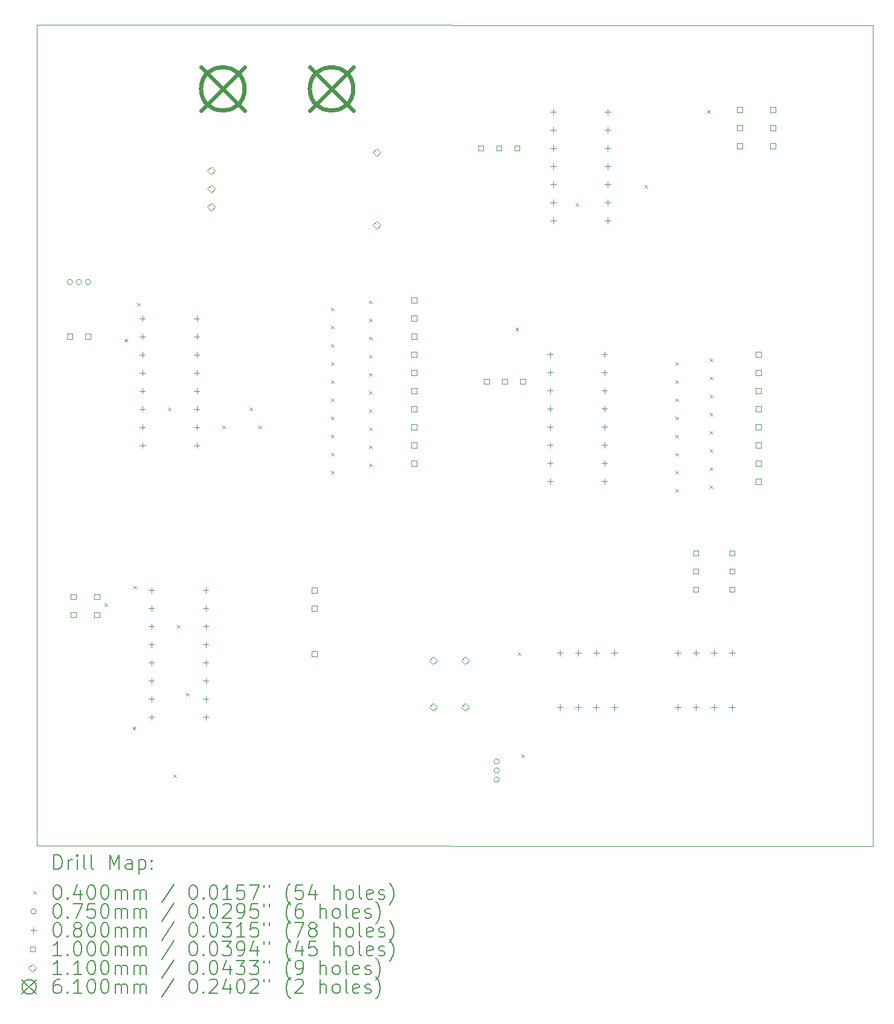
<source format=gbr>
%TF.GenerationSoftware,KiCad,Pcbnew,7.0.1*%
%TF.CreationDate,2023-04-17T00:19:05+03:00*%
%TF.ProjectId,exed,65786564-2e6b-4696-9361-645f70636258,rev?*%
%TF.SameCoordinates,Original*%
%TF.FileFunction,Drillmap*%
%TF.FilePolarity,Positive*%
%FSLAX45Y45*%
G04 Gerber Fmt 4.5, Leading zero omitted, Abs format (unit mm)*
G04 Created by KiCad (PCBNEW 7.0.1) date 2023-04-17 00:19:05*
%MOMM*%
%LPD*%
G01*
G04 APERTURE LIST*
%ADD10C,0.100000*%
%ADD11C,0.200000*%
%ADD12C,0.040000*%
%ADD13C,0.075000*%
%ADD14C,0.080000*%
%ADD15C,0.110000*%
%ADD16C,0.610000*%
G04 APERTURE END LIST*
D10*
X10000000Y-14500000D02*
X10000000Y-3000000D01*
X21717000Y-14513000D02*
X10000000Y-14500000D01*
X10000000Y-3000000D02*
X21717000Y-3013000D01*
X21717000Y-3013000D02*
X21717000Y-14513000D01*
D11*
D12*
X10952800Y-11105200D02*
X10992800Y-11145200D01*
X10992800Y-11105200D02*
X10952800Y-11145200D01*
X11232200Y-7401599D02*
X11272200Y-7441599D01*
X11272200Y-7401599D02*
X11232200Y-7441599D01*
X11346500Y-12832400D02*
X11386500Y-12872400D01*
X11386500Y-12832400D02*
X11346500Y-12872400D01*
X11359200Y-10863900D02*
X11399200Y-10903900D01*
X11399200Y-10863900D02*
X11359200Y-10903900D01*
X11410000Y-6901500D02*
X11450000Y-6941500D01*
X11450000Y-6901500D02*
X11410000Y-6941500D01*
X11841549Y-8362000D02*
X11881549Y-8402000D01*
X11881549Y-8362000D02*
X11841549Y-8402000D01*
X11918000Y-13505500D02*
X11958000Y-13545500D01*
X11958000Y-13505500D02*
X11918000Y-13545500D01*
X11968800Y-11410000D02*
X12008800Y-11450000D01*
X12008800Y-11410000D02*
X11968800Y-11450000D01*
X12095800Y-12362500D02*
X12135800Y-12402500D01*
X12135800Y-12362500D02*
X12095800Y-12402500D01*
X12603549Y-8616000D02*
X12643549Y-8656000D01*
X12643549Y-8616000D02*
X12603549Y-8656000D01*
X12984549Y-8362000D02*
X13024549Y-8402000D01*
X13024549Y-8362000D02*
X12984549Y-8402000D01*
X13111549Y-8616000D02*
X13151549Y-8656000D01*
X13151549Y-8616000D02*
X13111549Y-8656000D01*
X14127549Y-6965000D02*
X14167549Y-7005000D01*
X14167549Y-6965000D02*
X14127549Y-7005000D01*
X14127549Y-7219000D02*
X14167549Y-7259000D01*
X14167549Y-7219000D02*
X14127549Y-7259000D01*
X14127549Y-7473000D02*
X14167549Y-7513000D01*
X14167549Y-7473000D02*
X14127549Y-7513000D01*
X14127549Y-7727000D02*
X14167549Y-7767000D01*
X14167549Y-7727000D02*
X14127549Y-7767000D01*
X14127549Y-7981000D02*
X14167549Y-8021000D01*
X14167549Y-7981000D02*
X14127549Y-8021000D01*
X14127549Y-8235000D02*
X14167549Y-8275000D01*
X14167549Y-8235000D02*
X14127549Y-8275000D01*
X14127549Y-8489000D02*
X14167549Y-8529000D01*
X14167549Y-8489000D02*
X14127549Y-8529000D01*
X14127549Y-8743000D02*
X14167549Y-8783000D01*
X14167549Y-8743000D02*
X14127549Y-8783000D01*
X14127549Y-8997000D02*
X14167549Y-9037000D01*
X14167549Y-8997000D02*
X14127549Y-9037000D01*
X14127549Y-9251000D02*
X14167549Y-9291000D01*
X14167549Y-9251000D02*
X14127549Y-9291000D01*
X14661200Y-6863400D02*
X14701200Y-6903400D01*
X14701200Y-6863400D02*
X14661200Y-6903400D01*
X14661200Y-7117400D02*
X14701200Y-7157400D01*
X14701200Y-7117400D02*
X14661200Y-7157400D01*
X14661200Y-7371400D02*
X14701200Y-7411400D01*
X14701200Y-7371400D02*
X14661200Y-7411400D01*
X14661200Y-7625400D02*
X14701200Y-7665400D01*
X14701200Y-7625400D02*
X14661200Y-7665400D01*
X14661200Y-7879400D02*
X14701200Y-7919400D01*
X14701200Y-7879400D02*
X14661200Y-7919400D01*
X14661200Y-8133400D02*
X14701200Y-8173400D01*
X14701200Y-8133400D02*
X14661200Y-8173400D01*
X14661200Y-8387400D02*
X14701200Y-8427400D01*
X14701200Y-8387400D02*
X14661200Y-8427400D01*
X14661200Y-8641400D02*
X14701200Y-8681400D01*
X14701200Y-8641400D02*
X14661200Y-8681400D01*
X14661200Y-8895400D02*
X14701200Y-8935400D01*
X14701200Y-8895400D02*
X14661200Y-8935400D01*
X14661200Y-9149400D02*
X14701200Y-9189400D01*
X14701200Y-9149400D02*
X14661200Y-9189400D01*
X16713485Y-7245451D02*
X16753485Y-7285451D01*
X16753485Y-7245451D02*
X16713485Y-7285451D01*
X16744000Y-11791000D02*
X16784000Y-11831000D01*
X16784000Y-11791000D02*
X16744000Y-11831000D01*
X16794800Y-13226100D02*
X16834800Y-13266100D01*
X16834800Y-13226100D02*
X16794800Y-13266100D01*
X17556800Y-5504500D02*
X17596800Y-5544500D01*
X17596800Y-5504500D02*
X17556800Y-5544500D01*
X18519794Y-5248294D02*
X18559794Y-5288294D01*
X18559794Y-5248294D02*
X18519794Y-5288294D01*
X18953549Y-7725500D02*
X18993549Y-7765500D01*
X18993549Y-7725500D02*
X18953549Y-7765500D01*
X18953549Y-7979500D02*
X18993549Y-8019500D01*
X18993549Y-7979500D02*
X18953549Y-8019500D01*
X18953549Y-8233500D02*
X18993549Y-8273500D01*
X18993549Y-8233500D02*
X18953549Y-8273500D01*
X18953549Y-8487500D02*
X18993549Y-8527500D01*
X18993549Y-8487500D02*
X18953549Y-8527500D01*
X18953549Y-8741500D02*
X18993549Y-8781500D01*
X18993549Y-8741500D02*
X18953549Y-8781500D01*
X18953549Y-8995500D02*
X18993549Y-9035500D01*
X18993549Y-8995500D02*
X18953549Y-9035500D01*
X18953549Y-9249500D02*
X18993549Y-9289500D01*
X18993549Y-9249500D02*
X18953549Y-9289500D01*
X18953549Y-9503500D02*
X18993549Y-9543500D01*
X18993549Y-9503500D02*
X18953549Y-9543500D01*
X19398300Y-4196400D02*
X19438300Y-4236400D01*
X19438300Y-4196400D02*
X19398300Y-4236400D01*
X19436400Y-7676200D02*
X19476400Y-7716200D01*
X19476400Y-7676200D02*
X19436400Y-7716200D01*
X19436400Y-7930200D02*
X19476400Y-7970200D01*
X19476400Y-7930200D02*
X19436400Y-7970200D01*
X19436400Y-8184200D02*
X19476400Y-8224200D01*
X19476400Y-8184200D02*
X19436400Y-8224200D01*
X19436400Y-8438200D02*
X19476400Y-8478200D01*
X19476400Y-8438200D02*
X19436400Y-8478200D01*
X19436400Y-8692200D02*
X19476400Y-8732200D01*
X19476400Y-8692200D02*
X19436400Y-8732200D01*
X19436400Y-8946200D02*
X19476400Y-8986200D01*
X19476400Y-8946200D02*
X19436400Y-8986200D01*
X19436400Y-9200200D02*
X19476400Y-9240200D01*
X19476400Y-9200200D02*
X19436400Y-9240200D01*
X19436400Y-9454200D02*
X19476400Y-9494200D01*
X19476400Y-9454200D02*
X19436400Y-9494200D01*
D13*
X10503049Y-6605500D02*
G75*
G03*
X10503049Y-6605500I-37500J0D01*
G01*
X10630049Y-6605500D02*
G75*
G03*
X10630049Y-6605500I-37500J0D01*
G01*
X10757049Y-6605500D02*
G75*
G03*
X10757049Y-6605500I-37500J0D01*
G01*
X16485000Y-13321049D02*
G75*
G03*
X16485000Y-13321049I-37500J0D01*
G01*
X16485000Y-13448049D02*
G75*
G03*
X16485000Y-13448049I-37500J0D01*
G01*
X16485000Y-13575049D02*
G75*
G03*
X16485000Y-13575049I-37500J0D01*
G01*
D14*
X11481549Y-7073500D02*
X11481549Y-7153500D01*
X11441549Y-7113500D02*
X11521549Y-7113500D01*
X11481549Y-7327500D02*
X11481549Y-7407500D01*
X11441549Y-7367500D02*
X11521549Y-7367500D01*
X11481549Y-7581500D02*
X11481549Y-7661500D01*
X11441549Y-7621500D02*
X11521549Y-7621500D01*
X11481549Y-7835500D02*
X11481549Y-7915500D01*
X11441549Y-7875500D02*
X11521549Y-7875500D01*
X11481549Y-8089500D02*
X11481549Y-8169500D01*
X11441549Y-8129500D02*
X11521549Y-8129500D01*
X11481549Y-8343500D02*
X11481549Y-8423500D01*
X11441549Y-8383500D02*
X11521549Y-8383500D01*
X11481549Y-8597500D02*
X11481549Y-8677500D01*
X11441549Y-8637500D02*
X11521549Y-8637500D01*
X11481549Y-8851500D02*
X11481549Y-8931500D01*
X11441549Y-8891500D02*
X11521549Y-8891500D01*
X11607549Y-10882000D02*
X11607549Y-10962000D01*
X11567549Y-10922000D02*
X11647549Y-10922000D01*
X11607549Y-11136000D02*
X11607549Y-11216000D01*
X11567549Y-11176000D02*
X11647549Y-11176000D01*
X11607549Y-11390000D02*
X11607549Y-11470000D01*
X11567549Y-11430000D02*
X11647549Y-11430000D01*
X11607549Y-11644000D02*
X11607549Y-11724000D01*
X11567549Y-11684000D02*
X11647549Y-11684000D01*
X11607549Y-11898000D02*
X11607549Y-11978000D01*
X11567549Y-11938000D02*
X11647549Y-11938000D01*
X11607549Y-12152000D02*
X11607549Y-12232000D01*
X11567549Y-12192000D02*
X11647549Y-12192000D01*
X11607549Y-12406000D02*
X11607549Y-12486000D01*
X11567549Y-12446000D02*
X11647549Y-12446000D01*
X11607549Y-12660000D02*
X11607549Y-12740000D01*
X11567549Y-12700000D02*
X11647549Y-12700000D01*
X12243549Y-7073500D02*
X12243549Y-7153500D01*
X12203549Y-7113500D02*
X12283549Y-7113500D01*
X12243549Y-7327500D02*
X12243549Y-7407500D01*
X12203549Y-7367500D02*
X12283549Y-7367500D01*
X12243549Y-7581500D02*
X12243549Y-7661500D01*
X12203549Y-7621500D02*
X12283549Y-7621500D01*
X12243549Y-7835500D02*
X12243549Y-7915500D01*
X12203549Y-7875500D02*
X12283549Y-7875500D01*
X12243549Y-8089500D02*
X12243549Y-8169500D01*
X12203549Y-8129500D02*
X12283549Y-8129500D01*
X12243549Y-8343500D02*
X12243549Y-8423500D01*
X12203549Y-8383500D02*
X12283549Y-8383500D01*
X12243549Y-8597500D02*
X12243549Y-8677500D01*
X12203549Y-8637500D02*
X12283549Y-8637500D01*
X12243549Y-8851500D02*
X12243549Y-8931500D01*
X12203549Y-8891500D02*
X12283549Y-8891500D01*
X12369549Y-10882000D02*
X12369549Y-10962000D01*
X12329549Y-10922000D02*
X12409549Y-10922000D01*
X12369549Y-11136000D02*
X12369549Y-11216000D01*
X12329549Y-11176000D02*
X12409549Y-11176000D01*
X12369549Y-11390000D02*
X12369549Y-11470000D01*
X12329549Y-11430000D02*
X12409549Y-11430000D01*
X12369549Y-11644000D02*
X12369549Y-11724000D01*
X12329549Y-11684000D02*
X12409549Y-11684000D01*
X12369549Y-11898000D02*
X12369549Y-11978000D01*
X12329549Y-11938000D02*
X12409549Y-11938000D01*
X12369549Y-12152000D02*
X12369549Y-12232000D01*
X12329549Y-12192000D02*
X12409549Y-12192000D01*
X12369549Y-12406000D02*
X12369549Y-12486000D01*
X12329549Y-12446000D02*
X12409549Y-12446000D01*
X12369549Y-12660000D02*
X12369549Y-12740000D01*
X12329549Y-12700000D02*
X12409549Y-12700000D01*
X17195549Y-7580000D02*
X17195549Y-7660000D01*
X17155549Y-7620000D02*
X17235549Y-7620000D01*
X17195549Y-7834000D02*
X17195549Y-7914000D01*
X17155549Y-7874000D02*
X17235549Y-7874000D01*
X17195549Y-8088000D02*
X17195549Y-8168000D01*
X17155549Y-8128000D02*
X17235549Y-8128000D01*
X17195549Y-8342000D02*
X17195549Y-8422000D01*
X17155549Y-8382000D02*
X17235549Y-8382000D01*
X17195549Y-8596000D02*
X17195549Y-8676000D01*
X17155549Y-8636000D02*
X17235549Y-8636000D01*
X17195549Y-8850000D02*
X17195549Y-8930000D01*
X17155549Y-8890000D02*
X17235549Y-8890000D01*
X17195549Y-9104000D02*
X17195549Y-9184000D01*
X17155549Y-9144000D02*
X17235549Y-9144000D01*
X17195549Y-9358000D02*
X17195549Y-9438000D01*
X17155549Y-9398000D02*
X17235549Y-9398000D01*
X17241689Y-4183829D02*
X17241689Y-4263829D01*
X17201689Y-4223829D02*
X17281689Y-4223829D01*
X17241689Y-4437829D02*
X17241689Y-4517829D01*
X17201689Y-4477829D02*
X17281689Y-4477829D01*
X17241689Y-4691829D02*
X17241689Y-4771829D01*
X17201689Y-4731829D02*
X17281689Y-4731829D01*
X17241689Y-4945829D02*
X17241689Y-5025829D01*
X17201689Y-4985829D02*
X17281689Y-4985829D01*
X17241689Y-5199829D02*
X17241689Y-5279829D01*
X17201689Y-5239829D02*
X17281689Y-5239829D01*
X17241689Y-5453829D02*
X17241689Y-5533829D01*
X17201689Y-5493829D02*
X17281689Y-5493829D01*
X17241689Y-5707829D02*
X17241689Y-5787829D01*
X17201689Y-5747829D02*
X17281689Y-5747829D01*
X17335500Y-11758049D02*
X17335500Y-11838049D01*
X17295500Y-11798049D02*
X17375500Y-11798049D01*
X17335500Y-12520049D02*
X17335500Y-12600049D01*
X17295500Y-12560049D02*
X17375500Y-12560049D01*
X17589500Y-11758049D02*
X17589500Y-11838049D01*
X17549500Y-11798049D02*
X17629500Y-11798049D01*
X17589500Y-12520049D02*
X17589500Y-12600049D01*
X17549500Y-12560049D02*
X17629500Y-12560049D01*
X17843500Y-11758049D02*
X17843500Y-11838049D01*
X17803500Y-11798049D02*
X17883500Y-11798049D01*
X17843500Y-12520049D02*
X17843500Y-12600049D01*
X17803500Y-12560049D02*
X17883500Y-12560049D01*
X17957549Y-7580000D02*
X17957549Y-7660000D01*
X17917549Y-7620000D02*
X17997549Y-7620000D01*
X17957549Y-7834000D02*
X17957549Y-7914000D01*
X17917549Y-7874000D02*
X17997549Y-7874000D01*
X17957549Y-8088000D02*
X17957549Y-8168000D01*
X17917549Y-8128000D02*
X17997549Y-8128000D01*
X17957549Y-8342000D02*
X17957549Y-8422000D01*
X17917549Y-8382000D02*
X17997549Y-8382000D01*
X17957549Y-8596000D02*
X17957549Y-8676000D01*
X17917549Y-8636000D02*
X17997549Y-8636000D01*
X17957549Y-8850000D02*
X17957549Y-8930000D01*
X17917549Y-8890000D02*
X17997549Y-8890000D01*
X17957549Y-9104000D02*
X17957549Y-9184000D01*
X17917549Y-9144000D02*
X17997549Y-9144000D01*
X17957549Y-9358000D02*
X17957549Y-9438000D01*
X17917549Y-9398000D02*
X17997549Y-9398000D01*
X18003689Y-4183829D02*
X18003689Y-4263829D01*
X17963689Y-4223829D02*
X18043689Y-4223829D01*
X18003689Y-4437829D02*
X18003689Y-4517829D01*
X17963689Y-4477829D02*
X18043689Y-4477829D01*
X18003689Y-4691829D02*
X18003689Y-4771829D01*
X17963689Y-4731829D02*
X18043689Y-4731829D01*
X18003689Y-4945829D02*
X18003689Y-5025829D01*
X17963689Y-4985829D02*
X18043689Y-4985829D01*
X18003689Y-5199829D02*
X18003689Y-5279829D01*
X17963689Y-5239829D02*
X18043689Y-5239829D01*
X18003689Y-5453829D02*
X18003689Y-5533829D01*
X17963689Y-5493829D02*
X18043689Y-5493829D01*
X18003689Y-5707829D02*
X18003689Y-5787829D01*
X17963689Y-5747829D02*
X18043689Y-5747829D01*
X18097500Y-11758049D02*
X18097500Y-11838049D01*
X18057500Y-11798049D02*
X18137500Y-11798049D01*
X18097500Y-12520049D02*
X18097500Y-12600049D01*
X18057500Y-12560049D02*
X18137500Y-12560049D01*
X18986500Y-11758049D02*
X18986500Y-11838049D01*
X18946500Y-11798049D02*
X19026500Y-11798049D01*
X18986500Y-12520049D02*
X18986500Y-12600049D01*
X18946500Y-12560049D02*
X19026500Y-12560049D01*
X19240500Y-11758049D02*
X19240500Y-11838049D01*
X19200500Y-11798049D02*
X19280500Y-11798049D01*
X19240500Y-12520049D02*
X19240500Y-12600049D01*
X19200500Y-12560049D02*
X19280500Y-12560049D01*
X19494500Y-11758049D02*
X19494500Y-11838049D01*
X19454500Y-11798049D02*
X19534500Y-11798049D01*
X19494500Y-12520049D02*
X19494500Y-12600049D01*
X19454500Y-12560049D02*
X19534500Y-12560049D01*
X19748500Y-11758049D02*
X19748500Y-11838049D01*
X19708500Y-11798049D02*
X19788500Y-11798049D01*
X19748500Y-12520049D02*
X19748500Y-12600049D01*
X19708500Y-12560049D02*
X19788500Y-12560049D01*
D10*
X10500905Y-7402856D02*
X10500905Y-7332144D01*
X10430193Y-7332144D01*
X10430193Y-7402856D01*
X10500905Y-7402856D01*
X10550956Y-11046756D02*
X10550956Y-10976044D01*
X10480244Y-10976044D01*
X10480244Y-11046756D01*
X10550956Y-11046756D01*
X10550956Y-11300756D02*
X10550956Y-11230044D01*
X10480244Y-11230044D01*
X10480244Y-11300756D01*
X10550956Y-11300756D01*
X10754905Y-7402856D02*
X10754905Y-7332144D01*
X10684193Y-7332144D01*
X10684193Y-7402856D01*
X10754905Y-7402856D01*
X10880905Y-11046256D02*
X10880905Y-10975544D01*
X10810193Y-10975544D01*
X10810193Y-11046256D01*
X10880905Y-11046256D01*
X10880905Y-11300256D02*
X10880905Y-11229544D01*
X10810193Y-11229544D01*
X10810193Y-11300256D01*
X10880905Y-11300256D01*
X13928905Y-10957356D02*
X13928905Y-10886644D01*
X13858193Y-10886644D01*
X13858193Y-10957356D01*
X13928905Y-10957356D01*
X13928905Y-11211356D02*
X13928905Y-11140644D01*
X13858193Y-11140644D01*
X13858193Y-11211356D01*
X13928905Y-11211356D01*
X13928905Y-11846356D02*
X13928905Y-11775644D01*
X13858193Y-11775644D01*
X13858193Y-11846356D01*
X13928905Y-11846356D01*
X15325905Y-6893356D02*
X15325905Y-6822644D01*
X15255193Y-6822644D01*
X15255193Y-6893356D01*
X15325905Y-6893356D01*
X15325905Y-7147356D02*
X15325905Y-7076644D01*
X15255193Y-7076644D01*
X15255193Y-7147356D01*
X15325905Y-7147356D01*
X15325905Y-7401356D02*
X15325905Y-7330644D01*
X15255193Y-7330644D01*
X15255193Y-7401356D01*
X15325905Y-7401356D01*
X15325905Y-7655356D02*
X15325905Y-7584644D01*
X15255193Y-7584644D01*
X15255193Y-7655356D01*
X15325905Y-7655356D01*
X15325905Y-7909356D02*
X15325905Y-7838644D01*
X15255193Y-7838644D01*
X15255193Y-7909356D01*
X15325905Y-7909356D01*
X15325905Y-8163356D02*
X15325905Y-8092644D01*
X15255193Y-8092644D01*
X15255193Y-8163356D01*
X15325905Y-8163356D01*
X15325905Y-8417356D02*
X15325905Y-8346644D01*
X15255193Y-8346644D01*
X15255193Y-8417356D01*
X15325905Y-8417356D01*
X15325905Y-8671356D02*
X15325905Y-8600644D01*
X15255193Y-8600644D01*
X15255193Y-8671356D01*
X15325905Y-8671356D01*
X15325905Y-8925356D02*
X15325905Y-8854644D01*
X15255193Y-8854644D01*
X15255193Y-8925356D01*
X15325905Y-8925356D01*
X15325905Y-9179356D02*
X15325905Y-9108644D01*
X15255193Y-9108644D01*
X15255193Y-9179356D01*
X15325905Y-9179356D01*
X16261045Y-4767185D02*
X16261045Y-4696473D01*
X16190333Y-4696473D01*
X16190333Y-4767185D01*
X16261045Y-4767185D01*
X16340405Y-8034856D02*
X16340405Y-7964144D01*
X16269693Y-7964144D01*
X16269693Y-8034856D01*
X16340405Y-8034856D01*
X16515045Y-4767185D02*
X16515045Y-4696473D01*
X16444333Y-4696473D01*
X16444333Y-4767185D01*
X16515045Y-4767185D01*
X16594405Y-8034856D02*
X16594405Y-7964144D01*
X16523693Y-7964144D01*
X16523693Y-8034856D01*
X16594405Y-8034856D01*
X16769045Y-4767185D02*
X16769045Y-4696473D01*
X16698333Y-4696473D01*
X16698333Y-4767185D01*
X16769045Y-4767185D01*
X16848405Y-8034856D02*
X16848405Y-7964144D01*
X16777693Y-7964144D01*
X16777693Y-8034856D01*
X16848405Y-8034856D01*
X19276856Y-10435405D02*
X19276856Y-10364693D01*
X19206144Y-10364693D01*
X19206144Y-10435405D01*
X19276856Y-10435405D01*
X19276856Y-10689405D02*
X19276856Y-10618693D01*
X19206144Y-10618693D01*
X19206144Y-10689405D01*
X19276856Y-10689405D01*
X19276856Y-10943405D02*
X19276856Y-10872693D01*
X19206144Y-10872693D01*
X19206144Y-10943405D01*
X19276856Y-10943405D01*
X19784856Y-10435405D02*
X19784856Y-10364693D01*
X19714144Y-10364693D01*
X19714144Y-10435405D01*
X19784856Y-10435405D01*
X19784856Y-10689405D02*
X19784856Y-10618693D01*
X19714144Y-10618693D01*
X19714144Y-10689405D01*
X19784856Y-10689405D01*
X19784856Y-10943405D02*
X19784856Y-10872693D01*
X19714144Y-10872693D01*
X19714144Y-10943405D01*
X19784856Y-10943405D01*
X19890356Y-4226356D02*
X19890356Y-4155644D01*
X19819644Y-4155644D01*
X19819644Y-4226356D01*
X19890356Y-4226356D01*
X19890356Y-4480356D02*
X19890356Y-4409644D01*
X19819644Y-4409644D01*
X19819644Y-4480356D01*
X19890356Y-4480356D01*
X19890356Y-4734356D02*
X19890356Y-4663644D01*
X19819644Y-4663644D01*
X19819644Y-4734356D01*
X19890356Y-4734356D01*
X20151905Y-7655356D02*
X20151905Y-7584644D01*
X20081193Y-7584644D01*
X20081193Y-7655356D01*
X20151905Y-7655356D01*
X20151905Y-7909356D02*
X20151905Y-7838644D01*
X20081193Y-7838644D01*
X20081193Y-7909356D01*
X20151905Y-7909356D01*
X20151905Y-8163356D02*
X20151905Y-8092644D01*
X20081193Y-8092644D01*
X20081193Y-8163356D01*
X20151905Y-8163356D01*
X20151905Y-8417356D02*
X20151905Y-8346644D01*
X20081193Y-8346644D01*
X20081193Y-8417356D01*
X20151905Y-8417356D01*
X20151905Y-8671356D02*
X20151905Y-8600644D01*
X20081193Y-8600644D01*
X20081193Y-8671356D01*
X20151905Y-8671356D01*
X20151905Y-8925356D02*
X20151905Y-8854644D01*
X20081193Y-8854644D01*
X20081193Y-8925356D01*
X20151905Y-8925356D01*
X20151905Y-9179356D02*
X20151905Y-9108644D01*
X20081193Y-9108644D01*
X20081193Y-9179356D01*
X20151905Y-9179356D01*
X20151905Y-9433356D02*
X20151905Y-9362644D01*
X20081193Y-9362644D01*
X20081193Y-9433356D01*
X20151905Y-9433356D01*
X20355356Y-4226356D02*
X20355356Y-4155644D01*
X20284644Y-4155644D01*
X20284644Y-4226356D01*
X20355356Y-4226356D01*
X20355356Y-4480356D02*
X20355356Y-4409644D01*
X20284644Y-4409644D01*
X20284644Y-4480356D01*
X20355356Y-4480356D01*
X20355356Y-4734356D02*
X20355356Y-4663644D01*
X20284644Y-4663644D01*
X20284644Y-4734356D01*
X20355356Y-4734356D01*
D15*
X12448500Y-5098500D02*
X12503500Y-5043500D01*
X12448500Y-4988500D01*
X12393500Y-5043500D01*
X12448500Y-5098500D01*
X12448500Y-5352500D02*
X12503500Y-5297500D01*
X12448500Y-5242500D01*
X12393500Y-5297500D01*
X12448500Y-5352500D01*
X12448500Y-5606500D02*
X12503500Y-5551500D01*
X12448500Y-5496500D01*
X12393500Y-5551500D01*
X12448500Y-5606500D01*
X14768500Y-4844500D02*
X14823500Y-4789500D01*
X14768500Y-4734500D01*
X14713500Y-4789500D01*
X14768500Y-4844500D01*
X14768500Y-5860500D02*
X14823500Y-5805500D01*
X14768500Y-5750500D01*
X14713500Y-5805500D01*
X14768500Y-5860500D01*
X15558500Y-11964049D02*
X15613500Y-11909049D01*
X15558500Y-11854049D01*
X15503500Y-11909049D01*
X15558500Y-11964049D01*
X15558500Y-12614049D02*
X15613500Y-12559049D01*
X15558500Y-12504049D01*
X15503500Y-12559049D01*
X15558500Y-12614049D01*
X16008500Y-11964049D02*
X16063500Y-11909049D01*
X16008500Y-11854049D01*
X15953500Y-11909049D01*
X16008500Y-11964049D01*
X16008500Y-12614049D02*
X16063500Y-12559049D01*
X16008500Y-12504049D01*
X15953500Y-12559049D01*
X16008500Y-12614049D01*
D16*
X12304500Y-3595500D02*
X12914500Y-4205500D01*
X12914500Y-3595500D02*
X12304500Y-4205500D01*
X12914500Y-3900500D02*
G75*
G03*
X12914500Y-3900500I-305000J0D01*
G01*
X13828500Y-3595500D02*
X14438500Y-4205500D01*
X14438500Y-3595500D02*
X13828500Y-4205500D01*
X14438500Y-3900500D02*
G75*
G03*
X14438500Y-3900500I-305000J0D01*
G01*
D11*
X10242619Y-14830524D02*
X10242619Y-14630524D01*
X10242619Y-14630524D02*
X10290238Y-14630524D01*
X10290238Y-14630524D02*
X10318810Y-14640048D01*
X10318810Y-14640048D02*
X10337857Y-14659095D01*
X10337857Y-14659095D02*
X10347381Y-14678143D01*
X10347381Y-14678143D02*
X10356905Y-14716238D01*
X10356905Y-14716238D02*
X10356905Y-14744809D01*
X10356905Y-14744809D02*
X10347381Y-14782905D01*
X10347381Y-14782905D02*
X10337857Y-14801952D01*
X10337857Y-14801952D02*
X10318810Y-14821000D01*
X10318810Y-14821000D02*
X10290238Y-14830524D01*
X10290238Y-14830524D02*
X10242619Y-14830524D01*
X10442619Y-14830524D02*
X10442619Y-14697190D01*
X10442619Y-14735286D02*
X10452143Y-14716238D01*
X10452143Y-14716238D02*
X10461667Y-14706714D01*
X10461667Y-14706714D02*
X10480714Y-14697190D01*
X10480714Y-14697190D02*
X10499762Y-14697190D01*
X10566429Y-14830524D02*
X10566429Y-14697190D01*
X10566429Y-14630524D02*
X10556905Y-14640048D01*
X10556905Y-14640048D02*
X10566429Y-14649571D01*
X10566429Y-14649571D02*
X10575952Y-14640048D01*
X10575952Y-14640048D02*
X10566429Y-14630524D01*
X10566429Y-14630524D02*
X10566429Y-14649571D01*
X10690238Y-14830524D02*
X10671190Y-14821000D01*
X10671190Y-14821000D02*
X10661667Y-14801952D01*
X10661667Y-14801952D02*
X10661667Y-14630524D01*
X10795000Y-14830524D02*
X10775952Y-14821000D01*
X10775952Y-14821000D02*
X10766429Y-14801952D01*
X10766429Y-14801952D02*
X10766429Y-14630524D01*
X11023571Y-14830524D02*
X11023571Y-14630524D01*
X11023571Y-14630524D02*
X11090238Y-14773381D01*
X11090238Y-14773381D02*
X11156905Y-14630524D01*
X11156905Y-14630524D02*
X11156905Y-14830524D01*
X11337857Y-14830524D02*
X11337857Y-14725762D01*
X11337857Y-14725762D02*
X11328333Y-14706714D01*
X11328333Y-14706714D02*
X11309286Y-14697190D01*
X11309286Y-14697190D02*
X11271190Y-14697190D01*
X11271190Y-14697190D02*
X11252143Y-14706714D01*
X11337857Y-14821000D02*
X11318809Y-14830524D01*
X11318809Y-14830524D02*
X11271190Y-14830524D01*
X11271190Y-14830524D02*
X11252143Y-14821000D01*
X11252143Y-14821000D02*
X11242619Y-14801952D01*
X11242619Y-14801952D02*
X11242619Y-14782905D01*
X11242619Y-14782905D02*
X11252143Y-14763857D01*
X11252143Y-14763857D02*
X11271190Y-14754333D01*
X11271190Y-14754333D02*
X11318809Y-14754333D01*
X11318809Y-14754333D02*
X11337857Y-14744809D01*
X11433095Y-14697190D02*
X11433095Y-14897190D01*
X11433095Y-14706714D02*
X11452143Y-14697190D01*
X11452143Y-14697190D02*
X11490238Y-14697190D01*
X11490238Y-14697190D02*
X11509286Y-14706714D01*
X11509286Y-14706714D02*
X11518809Y-14716238D01*
X11518809Y-14716238D02*
X11528333Y-14735286D01*
X11528333Y-14735286D02*
X11528333Y-14792428D01*
X11528333Y-14792428D02*
X11518809Y-14811476D01*
X11518809Y-14811476D02*
X11509286Y-14821000D01*
X11509286Y-14821000D02*
X11490238Y-14830524D01*
X11490238Y-14830524D02*
X11452143Y-14830524D01*
X11452143Y-14830524D02*
X11433095Y-14821000D01*
X11614048Y-14811476D02*
X11623571Y-14821000D01*
X11623571Y-14821000D02*
X11614048Y-14830524D01*
X11614048Y-14830524D02*
X11604524Y-14821000D01*
X11604524Y-14821000D02*
X11614048Y-14811476D01*
X11614048Y-14811476D02*
X11614048Y-14830524D01*
X11614048Y-14706714D02*
X11623571Y-14716238D01*
X11623571Y-14716238D02*
X11614048Y-14725762D01*
X11614048Y-14725762D02*
X11604524Y-14716238D01*
X11604524Y-14716238D02*
X11614048Y-14706714D01*
X11614048Y-14706714D02*
X11614048Y-14725762D01*
D12*
X9955000Y-15138000D02*
X9995000Y-15178000D01*
X9995000Y-15138000D02*
X9955000Y-15178000D01*
D11*
X10280714Y-15050524D02*
X10299762Y-15050524D01*
X10299762Y-15050524D02*
X10318810Y-15060048D01*
X10318810Y-15060048D02*
X10328333Y-15069571D01*
X10328333Y-15069571D02*
X10337857Y-15088619D01*
X10337857Y-15088619D02*
X10347381Y-15126714D01*
X10347381Y-15126714D02*
X10347381Y-15174333D01*
X10347381Y-15174333D02*
X10337857Y-15212428D01*
X10337857Y-15212428D02*
X10328333Y-15231476D01*
X10328333Y-15231476D02*
X10318810Y-15241000D01*
X10318810Y-15241000D02*
X10299762Y-15250524D01*
X10299762Y-15250524D02*
X10280714Y-15250524D01*
X10280714Y-15250524D02*
X10261667Y-15241000D01*
X10261667Y-15241000D02*
X10252143Y-15231476D01*
X10252143Y-15231476D02*
X10242619Y-15212428D01*
X10242619Y-15212428D02*
X10233095Y-15174333D01*
X10233095Y-15174333D02*
X10233095Y-15126714D01*
X10233095Y-15126714D02*
X10242619Y-15088619D01*
X10242619Y-15088619D02*
X10252143Y-15069571D01*
X10252143Y-15069571D02*
X10261667Y-15060048D01*
X10261667Y-15060048D02*
X10280714Y-15050524D01*
X10433095Y-15231476D02*
X10442619Y-15241000D01*
X10442619Y-15241000D02*
X10433095Y-15250524D01*
X10433095Y-15250524D02*
X10423571Y-15241000D01*
X10423571Y-15241000D02*
X10433095Y-15231476D01*
X10433095Y-15231476D02*
X10433095Y-15250524D01*
X10614048Y-15117190D02*
X10614048Y-15250524D01*
X10566429Y-15041000D02*
X10518810Y-15183857D01*
X10518810Y-15183857D02*
X10642619Y-15183857D01*
X10756905Y-15050524D02*
X10775952Y-15050524D01*
X10775952Y-15050524D02*
X10795000Y-15060048D01*
X10795000Y-15060048D02*
X10804524Y-15069571D01*
X10804524Y-15069571D02*
X10814048Y-15088619D01*
X10814048Y-15088619D02*
X10823571Y-15126714D01*
X10823571Y-15126714D02*
X10823571Y-15174333D01*
X10823571Y-15174333D02*
X10814048Y-15212428D01*
X10814048Y-15212428D02*
X10804524Y-15231476D01*
X10804524Y-15231476D02*
X10795000Y-15241000D01*
X10795000Y-15241000D02*
X10775952Y-15250524D01*
X10775952Y-15250524D02*
X10756905Y-15250524D01*
X10756905Y-15250524D02*
X10737857Y-15241000D01*
X10737857Y-15241000D02*
X10728333Y-15231476D01*
X10728333Y-15231476D02*
X10718810Y-15212428D01*
X10718810Y-15212428D02*
X10709286Y-15174333D01*
X10709286Y-15174333D02*
X10709286Y-15126714D01*
X10709286Y-15126714D02*
X10718810Y-15088619D01*
X10718810Y-15088619D02*
X10728333Y-15069571D01*
X10728333Y-15069571D02*
X10737857Y-15060048D01*
X10737857Y-15060048D02*
X10756905Y-15050524D01*
X10947381Y-15050524D02*
X10966429Y-15050524D01*
X10966429Y-15050524D02*
X10985476Y-15060048D01*
X10985476Y-15060048D02*
X10995000Y-15069571D01*
X10995000Y-15069571D02*
X11004524Y-15088619D01*
X11004524Y-15088619D02*
X11014048Y-15126714D01*
X11014048Y-15126714D02*
X11014048Y-15174333D01*
X11014048Y-15174333D02*
X11004524Y-15212428D01*
X11004524Y-15212428D02*
X10995000Y-15231476D01*
X10995000Y-15231476D02*
X10985476Y-15241000D01*
X10985476Y-15241000D02*
X10966429Y-15250524D01*
X10966429Y-15250524D02*
X10947381Y-15250524D01*
X10947381Y-15250524D02*
X10928333Y-15241000D01*
X10928333Y-15241000D02*
X10918810Y-15231476D01*
X10918810Y-15231476D02*
X10909286Y-15212428D01*
X10909286Y-15212428D02*
X10899762Y-15174333D01*
X10899762Y-15174333D02*
X10899762Y-15126714D01*
X10899762Y-15126714D02*
X10909286Y-15088619D01*
X10909286Y-15088619D02*
X10918810Y-15069571D01*
X10918810Y-15069571D02*
X10928333Y-15060048D01*
X10928333Y-15060048D02*
X10947381Y-15050524D01*
X11099762Y-15250524D02*
X11099762Y-15117190D01*
X11099762Y-15136238D02*
X11109286Y-15126714D01*
X11109286Y-15126714D02*
X11128333Y-15117190D01*
X11128333Y-15117190D02*
X11156905Y-15117190D01*
X11156905Y-15117190D02*
X11175952Y-15126714D01*
X11175952Y-15126714D02*
X11185476Y-15145762D01*
X11185476Y-15145762D02*
X11185476Y-15250524D01*
X11185476Y-15145762D02*
X11195000Y-15126714D01*
X11195000Y-15126714D02*
X11214048Y-15117190D01*
X11214048Y-15117190D02*
X11242619Y-15117190D01*
X11242619Y-15117190D02*
X11261667Y-15126714D01*
X11261667Y-15126714D02*
X11271190Y-15145762D01*
X11271190Y-15145762D02*
X11271190Y-15250524D01*
X11366429Y-15250524D02*
X11366429Y-15117190D01*
X11366429Y-15136238D02*
X11375952Y-15126714D01*
X11375952Y-15126714D02*
X11395000Y-15117190D01*
X11395000Y-15117190D02*
X11423571Y-15117190D01*
X11423571Y-15117190D02*
X11442619Y-15126714D01*
X11442619Y-15126714D02*
X11452143Y-15145762D01*
X11452143Y-15145762D02*
X11452143Y-15250524D01*
X11452143Y-15145762D02*
X11461667Y-15126714D01*
X11461667Y-15126714D02*
X11480714Y-15117190D01*
X11480714Y-15117190D02*
X11509286Y-15117190D01*
X11509286Y-15117190D02*
X11528333Y-15126714D01*
X11528333Y-15126714D02*
X11537857Y-15145762D01*
X11537857Y-15145762D02*
X11537857Y-15250524D01*
X11928333Y-15041000D02*
X11756905Y-15298143D01*
X12185476Y-15050524D02*
X12204524Y-15050524D01*
X12204524Y-15050524D02*
X12223572Y-15060048D01*
X12223572Y-15060048D02*
X12233095Y-15069571D01*
X12233095Y-15069571D02*
X12242619Y-15088619D01*
X12242619Y-15088619D02*
X12252143Y-15126714D01*
X12252143Y-15126714D02*
X12252143Y-15174333D01*
X12252143Y-15174333D02*
X12242619Y-15212428D01*
X12242619Y-15212428D02*
X12233095Y-15231476D01*
X12233095Y-15231476D02*
X12223572Y-15241000D01*
X12223572Y-15241000D02*
X12204524Y-15250524D01*
X12204524Y-15250524D02*
X12185476Y-15250524D01*
X12185476Y-15250524D02*
X12166429Y-15241000D01*
X12166429Y-15241000D02*
X12156905Y-15231476D01*
X12156905Y-15231476D02*
X12147381Y-15212428D01*
X12147381Y-15212428D02*
X12137857Y-15174333D01*
X12137857Y-15174333D02*
X12137857Y-15126714D01*
X12137857Y-15126714D02*
X12147381Y-15088619D01*
X12147381Y-15088619D02*
X12156905Y-15069571D01*
X12156905Y-15069571D02*
X12166429Y-15060048D01*
X12166429Y-15060048D02*
X12185476Y-15050524D01*
X12337857Y-15231476D02*
X12347381Y-15241000D01*
X12347381Y-15241000D02*
X12337857Y-15250524D01*
X12337857Y-15250524D02*
X12328333Y-15241000D01*
X12328333Y-15241000D02*
X12337857Y-15231476D01*
X12337857Y-15231476D02*
X12337857Y-15250524D01*
X12471191Y-15050524D02*
X12490238Y-15050524D01*
X12490238Y-15050524D02*
X12509286Y-15060048D01*
X12509286Y-15060048D02*
X12518810Y-15069571D01*
X12518810Y-15069571D02*
X12528333Y-15088619D01*
X12528333Y-15088619D02*
X12537857Y-15126714D01*
X12537857Y-15126714D02*
X12537857Y-15174333D01*
X12537857Y-15174333D02*
X12528333Y-15212428D01*
X12528333Y-15212428D02*
X12518810Y-15231476D01*
X12518810Y-15231476D02*
X12509286Y-15241000D01*
X12509286Y-15241000D02*
X12490238Y-15250524D01*
X12490238Y-15250524D02*
X12471191Y-15250524D01*
X12471191Y-15250524D02*
X12452143Y-15241000D01*
X12452143Y-15241000D02*
X12442619Y-15231476D01*
X12442619Y-15231476D02*
X12433095Y-15212428D01*
X12433095Y-15212428D02*
X12423572Y-15174333D01*
X12423572Y-15174333D02*
X12423572Y-15126714D01*
X12423572Y-15126714D02*
X12433095Y-15088619D01*
X12433095Y-15088619D02*
X12442619Y-15069571D01*
X12442619Y-15069571D02*
X12452143Y-15060048D01*
X12452143Y-15060048D02*
X12471191Y-15050524D01*
X12728333Y-15250524D02*
X12614048Y-15250524D01*
X12671191Y-15250524D02*
X12671191Y-15050524D01*
X12671191Y-15050524D02*
X12652143Y-15079095D01*
X12652143Y-15079095D02*
X12633095Y-15098143D01*
X12633095Y-15098143D02*
X12614048Y-15107667D01*
X12909286Y-15050524D02*
X12814048Y-15050524D01*
X12814048Y-15050524D02*
X12804524Y-15145762D01*
X12804524Y-15145762D02*
X12814048Y-15136238D01*
X12814048Y-15136238D02*
X12833095Y-15126714D01*
X12833095Y-15126714D02*
X12880714Y-15126714D01*
X12880714Y-15126714D02*
X12899762Y-15136238D01*
X12899762Y-15136238D02*
X12909286Y-15145762D01*
X12909286Y-15145762D02*
X12918810Y-15164809D01*
X12918810Y-15164809D02*
X12918810Y-15212428D01*
X12918810Y-15212428D02*
X12909286Y-15231476D01*
X12909286Y-15231476D02*
X12899762Y-15241000D01*
X12899762Y-15241000D02*
X12880714Y-15250524D01*
X12880714Y-15250524D02*
X12833095Y-15250524D01*
X12833095Y-15250524D02*
X12814048Y-15241000D01*
X12814048Y-15241000D02*
X12804524Y-15231476D01*
X12985476Y-15050524D02*
X13118810Y-15050524D01*
X13118810Y-15050524D02*
X13033095Y-15250524D01*
X13185476Y-15050524D02*
X13185476Y-15088619D01*
X13261667Y-15050524D02*
X13261667Y-15088619D01*
X13556905Y-15326714D02*
X13547381Y-15317190D01*
X13547381Y-15317190D02*
X13528334Y-15288619D01*
X13528334Y-15288619D02*
X13518810Y-15269571D01*
X13518810Y-15269571D02*
X13509286Y-15241000D01*
X13509286Y-15241000D02*
X13499762Y-15193381D01*
X13499762Y-15193381D02*
X13499762Y-15155286D01*
X13499762Y-15155286D02*
X13509286Y-15107667D01*
X13509286Y-15107667D02*
X13518810Y-15079095D01*
X13518810Y-15079095D02*
X13528334Y-15060048D01*
X13528334Y-15060048D02*
X13547381Y-15031476D01*
X13547381Y-15031476D02*
X13556905Y-15021952D01*
X13728334Y-15050524D02*
X13633095Y-15050524D01*
X13633095Y-15050524D02*
X13623572Y-15145762D01*
X13623572Y-15145762D02*
X13633095Y-15136238D01*
X13633095Y-15136238D02*
X13652143Y-15126714D01*
X13652143Y-15126714D02*
X13699762Y-15126714D01*
X13699762Y-15126714D02*
X13718810Y-15136238D01*
X13718810Y-15136238D02*
X13728334Y-15145762D01*
X13728334Y-15145762D02*
X13737857Y-15164809D01*
X13737857Y-15164809D02*
X13737857Y-15212428D01*
X13737857Y-15212428D02*
X13728334Y-15231476D01*
X13728334Y-15231476D02*
X13718810Y-15241000D01*
X13718810Y-15241000D02*
X13699762Y-15250524D01*
X13699762Y-15250524D02*
X13652143Y-15250524D01*
X13652143Y-15250524D02*
X13633095Y-15241000D01*
X13633095Y-15241000D02*
X13623572Y-15231476D01*
X13909286Y-15117190D02*
X13909286Y-15250524D01*
X13861667Y-15041000D02*
X13814048Y-15183857D01*
X13814048Y-15183857D02*
X13937857Y-15183857D01*
X14166429Y-15250524D02*
X14166429Y-15050524D01*
X14252143Y-15250524D02*
X14252143Y-15145762D01*
X14252143Y-15145762D02*
X14242619Y-15126714D01*
X14242619Y-15126714D02*
X14223572Y-15117190D01*
X14223572Y-15117190D02*
X14195000Y-15117190D01*
X14195000Y-15117190D02*
X14175953Y-15126714D01*
X14175953Y-15126714D02*
X14166429Y-15136238D01*
X14375953Y-15250524D02*
X14356905Y-15241000D01*
X14356905Y-15241000D02*
X14347381Y-15231476D01*
X14347381Y-15231476D02*
X14337857Y-15212428D01*
X14337857Y-15212428D02*
X14337857Y-15155286D01*
X14337857Y-15155286D02*
X14347381Y-15136238D01*
X14347381Y-15136238D02*
X14356905Y-15126714D01*
X14356905Y-15126714D02*
X14375953Y-15117190D01*
X14375953Y-15117190D02*
X14404524Y-15117190D01*
X14404524Y-15117190D02*
X14423572Y-15126714D01*
X14423572Y-15126714D02*
X14433096Y-15136238D01*
X14433096Y-15136238D02*
X14442619Y-15155286D01*
X14442619Y-15155286D02*
X14442619Y-15212428D01*
X14442619Y-15212428D02*
X14433096Y-15231476D01*
X14433096Y-15231476D02*
X14423572Y-15241000D01*
X14423572Y-15241000D02*
X14404524Y-15250524D01*
X14404524Y-15250524D02*
X14375953Y-15250524D01*
X14556905Y-15250524D02*
X14537857Y-15241000D01*
X14537857Y-15241000D02*
X14528334Y-15221952D01*
X14528334Y-15221952D02*
X14528334Y-15050524D01*
X14709286Y-15241000D02*
X14690238Y-15250524D01*
X14690238Y-15250524D02*
X14652143Y-15250524D01*
X14652143Y-15250524D02*
X14633096Y-15241000D01*
X14633096Y-15241000D02*
X14623572Y-15221952D01*
X14623572Y-15221952D02*
X14623572Y-15145762D01*
X14623572Y-15145762D02*
X14633096Y-15126714D01*
X14633096Y-15126714D02*
X14652143Y-15117190D01*
X14652143Y-15117190D02*
X14690238Y-15117190D01*
X14690238Y-15117190D02*
X14709286Y-15126714D01*
X14709286Y-15126714D02*
X14718810Y-15145762D01*
X14718810Y-15145762D02*
X14718810Y-15164809D01*
X14718810Y-15164809D02*
X14623572Y-15183857D01*
X14795000Y-15241000D02*
X14814048Y-15250524D01*
X14814048Y-15250524D02*
X14852143Y-15250524D01*
X14852143Y-15250524D02*
X14871191Y-15241000D01*
X14871191Y-15241000D02*
X14880715Y-15221952D01*
X14880715Y-15221952D02*
X14880715Y-15212428D01*
X14880715Y-15212428D02*
X14871191Y-15193381D01*
X14871191Y-15193381D02*
X14852143Y-15183857D01*
X14852143Y-15183857D02*
X14823572Y-15183857D01*
X14823572Y-15183857D02*
X14804524Y-15174333D01*
X14804524Y-15174333D02*
X14795000Y-15155286D01*
X14795000Y-15155286D02*
X14795000Y-15145762D01*
X14795000Y-15145762D02*
X14804524Y-15126714D01*
X14804524Y-15126714D02*
X14823572Y-15117190D01*
X14823572Y-15117190D02*
X14852143Y-15117190D01*
X14852143Y-15117190D02*
X14871191Y-15126714D01*
X14947381Y-15326714D02*
X14956905Y-15317190D01*
X14956905Y-15317190D02*
X14975953Y-15288619D01*
X14975953Y-15288619D02*
X14985477Y-15269571D01*
X14985477Y-15269571D02*
X14995000Y-15241000D01*
X14995000Y-15241000D02*
X15004524Y-15193381D01*
X15004524Y-15193381D02*
X15004524Y-15155286D01*
X15004524Y-15155286D02*
X14995000Y-15107667D01*
X14995000Y-15107667D02*
X14985477Y-15079095D01*
X14985477Y-15079095D02*
X14975953Y-15060048D01*
X14975953Y-15060048D02*
X14956905Y-15031476D01*
X14956905Y-15031476D02*
X14947381Y-15021952D01*
D13*
X9995000Y-15422000D02*
G75*
G03*
X9995000Y-15422000I-37500J0D01*
G01*
D11*
X10280714Y-15314524D02*
X10299762Y-15314524D01*
X10299762Y-15314524D02*
X10318810Y-15324048D01*
X10318810Y-15324048D02*
X10328333Y-15333571D01*
X10328333Y-15333571D02*
X10337857Y-15352619D01*
X10337857Y-15352619D02*
X10347381Y-15390714D01*
X10347381Y-15390714D02*
X10347381Y-15438333D01*
X10347381Y-15438333D02*
X10337857Y-15476428D01*
X10337857Y-15476428D02*
X10328333Y-15495476D01*
X10328333Y-15495476D02*
X10318810Y-15505000D01*
X10318810Y-15505000D02*
X10299762Y-15514524D01*
X10299762Y-15514524D02*
X10280714Y-15514524D01*
X10280714Y-15514524D02*
X10261667Y-15505000D01*
X10261667Y-15505000D02*
X10252143Y-15495476D01*
X10252143Y-15495476D02*
X10242619Y-15476428D01*
X10242619Y-15476428D02*
X10233095Y-15438333D01*
X10233095Y-15438333D02*
X10233095Y-15390714D01*
X10233095Y-15390714D02*
X10242619Y-15352619D01*
X10242619Y-15352619D02*
X10252143Y-15333571D01*
X10252143Y-15333571D02*
X10261667Y-15324048D01*
X10261667Y-15324048D02*
X10280714Y-15314524D01*
X10433095Y-15495476D02*
X10442619Y-15505000D01*
X10442619Y-15505000D02*
X10433095Y-15514524D01*
X10433095Y-15514524D02*
X10423571Y-15505000D01*
X10423571Y-15505000D02*
X10433095Y-15495476D01*
X10433095Y-15495476D02*
X10433095Y-15514524D01*
X10509286Y-15314524D02*
X10642619Y-15314524D01*
X10642619Y-15314524D02*
X10556905Y-15514524D01*
X10814048Y-15314524D02*
X10718810Y-15314524D01*
X10718810Y-15314524D02*
X10709286Y-15409762D01*
X10709286Y-15409762D02*
X10718810Y-15400238D01*
X10718810Y-15400238D02*
X10737857Y-15390714D01*
X10737857Y-15390714D02*
X10785476Y-15390714D01*
X10785476Y-15390714D02*
X10804524Y-15400238D01*
X10804524Y-15400238D02*
X10814048Y-15409762D01*
X10814048Y-15409762D02*
X10823571Y-15428809D01*
X10823571Y-15428809D02*
X10823571Y-15476428D01*
X10823571Y-15476428D02*
X10814048Y-15495476D01*
X10814048Y-15495476D02*
X10804524Y-15505000D01*
X10804524Y-15505000D02*
X10785476Y-15514524D01*
X10785476Y-15514524D02*
X10737857Y-15514524D01*
X10737857Y-15514524D02*
X10718810Y-15505000D01*
X10718810Y-15505000D02*
X10709286Y-15495476D01*
X10947381Y-15314524D02*
X10966429Y-15314524D01*
X10966429Y-15314524D02*
X10985476Y-15324048D01*
X10985476Y-15324048D02*
X10995000Y-15333571D01*
X10995000Y-15333571D02*
X11004524Y-15352619D01*
X11004524Y-15352619D02*
X11014048Y-15390714D01*
X11014048Y-15390714D02*
X11014048Y-15438333D01*
X11014048Y-15438333D02*
X11004524Y-15476428D01*
X11004524Y-15476428D02*
X10995000Y-15495476D01*
X10995000Y-15495476D02*
X10985476Y-15505000D01*
X10985476Y-15505000D02*
X10966429Y-15514524D01*
X10966429Y-15514524D02*
X10947381Y-15514524D01*
X10947381Y-15514524D02*
X10928333Y-15505000D01*
X10928333Y-15505000D02*
X10918810Y-15495476D01*
X10918810Y-15495476D02*
X10909286Y-15476428D01*
X10909286Y-15476428D02*
X10899762Y-15438333D01*
X10899762Y-15438333D02*
X10899762Y-15390714D01*
X10899762Y-15390714D02*
X10909286Y-15352619D01*
X10909286Y-15352619D02*
X10918810Y-15333571D01*
X10918810Y-15333571D02*
X10928333Y-15324048D01*
X10928333Y-15324048D02*
X10947381Y-15314524D01*
X11099762Y-15514524D02*
X11099762Y-15381190D01*
X11099762Y-15400238D02*
X11109286Y-15390714D01*
X11109286Y-15390714D02*
X11128333Y-15381190D01*
X11128333Y-15381190D02*
X11156905Y-15381190D01*
X11156905Y-15381190D02*
X11175952Y-15390714D01*
X11175952Y-15390714D02*
X11185476Y-15409762D01*
X11185476Y-15409762D02*
X11185476Y-15514524D01*
X11185476Y-15409762D02*
X11195000Y-15390714D01*
X11195000Y-15390714D02*
X11214048Y-15381190D01*
X11214048Y-15381190D02*
X11242619Y-15381190D01*
X11242619Y-15381190D02*
X11261667Y-15390714D01*
X11261667Y-15390714D02*
X11271190Y-15409762D01*
X11271190Y-15409762D02*
X11271190Y-15514524D01*
X11366429Y-15514524D02*
X11366429Y-15381190D01*
X11366429Y-15400238D02*
X11375952Y-15390714D01*
X11375952Y-15390714D02*
X11395000Y-15381190D01*
X11395000Y-15381190D02*
X11423571Y-15381190D01*
X11423571Y-15381190D02*
X11442619Y-15390714D01*
X11442619Y-15390714D02*
X11452143Y-15409762D01*
X11452143Y-15409762D02*
X11452143Y-15514524D01*
X11452143Y-15409762D02*
X11461667Y-15390714D01*
X11461667Y-15390714D02*
X11480714Y-15381190D01*
X11480714Y-15381190D02*
X11509286Y-15381190D01*
X11509286Y-15381190D02*
X11528333Y-15390714D01*
X11528333Y-15390714D02*
X11537857Y-15409762D01*
X11537857Y-15409762D02*
X11537857Y-15514524D01*
X11928333Y-15305000D02*
X11756905Y-15562143D01*
X12185476Y-15314524D02*
X12204524Y-15314524D01*
X12204524Y-15314524D02*
X12223572Y-15324048D01*
X12223572Y-15324048D02*
X12233095Y-15333571D01*
X12233095Y-15333571D02*
X12242619Y-15352619D01*
X12242619Y-15352619D02*
X12252143Y-15390714D01*
X12252143Y-15390714D02*
X12252143Y-15438333D01*
X12252143Y-15438333D02*
X12242619Y-15476428D01*
X12242619Y-15476428D02*
X12233095Y-15495476D01*
X12233095Y-15495476D02*
X12223572Y-15505000D01*
X12223572Y-15505000D02*
X12204524Y-15514524D01*
X12204524Y-15514524D02*
X12185476Y-15514524D01*
X12185476Y-15514524D02*
X12166429Y-15505000D01*
X12166429Y-15505000D02*
X12156905Y-15495476D01*
X12156905Y-15495476D02*
X12147381Y-15476428D01*
X12147381Y-15476428D02*
X12137857Y-15438333D01*
X12137857Y-15438333D02*
X12137857Y-15390714D01*
X12137857Y-15390714D02*
X12147381Y-15352619D01*
X12147381Y-15352619D02*
X12156905Y-15333571D01*
X12156905Y-15333571D02*
X12166429Y-15324048D01*
X12166429Y-15324048D02*
X12185476Y-15314524D01*
X12337857Y-15495476D02*
X12347381Y-15505000D01*
X12347381Y-15505000D02*
X12337857Y-15514524D01*
X12337857Y-15514524D02*
X12328333Y-15505000D01*
X12328333Y-15505000D02*
X12337857Y-15495476D01*
X12337857Y-15495476D02*
X12337857Y-15514524D01*
X12471191Y-15314524D02*
X12490238Y-15314524D01*
X12490238Y-15314524D02*
X12509286Y-15324048D01*
X12509286Y-15324048D02*
X12518810Y-15333571D01*
X12518810Y-15333571D02*
X12528333Y-15352619D01*
X12528333Y-15352619D02*
X12537857Y-15390714D01*
X12537857Y-15390714D02*
X12537857Y-15438333D01*
X12537857Y-15438333D02*
X12528333Y-15476428D01*
X12528333Y-15476428D02*
X12518810Y-15495476D01*
X12518810Y-15495476D02*
X12509286Y-15505000D01*
X12509286Y-15505000D02*
X12490238Y-15514524D01*
X12490238Y-15514524D02*
X12471191Y-15514524D01*
X12471191Y-15514524D02*
X12452143Y-15505000D01*
X12452143Y-15505000D02*
X12442619Y-15495476D01*
X12442619Y-15495476D02*
X12433095Y-15476428D01*
X12433095Y-15476428D02*
X12423572Y-15438333D01*
X12423572Y-15438333D02*
X12423572Y-15390714D01*
X12423572Y-15390714D02*
X12433095Y-15352619D01*
X12433095Y-15352619D02*
X12442619Y-15333571D01*
X12442619Y-15333571D02*
X12452143Y-15324048D01*
X12452143Y-15324048D02*
X12471191Y-15314524D01*
X12614048Y-15333571D02*
X12623572Y-15324048D01*
X12623572Y-15324048D02*
X12642619Y-15314524D01*
X12642619Y-15314524D02*
X12690238Y-15314524D01*
X12690238Y-15314524D02*
X12709286Y-15324048D01*
X12709286Y-15324048D02*
X12718810Y-15333571D01*
X12718810Y-15333571D02*
X12728333Y-15352619D01*
X12728333Y-15352619D02*
X12728333Y-15371667D01*
X12728333Y-15371667D02*
X12718810Y-15400238D01*
X12718810Y-15400238D02*
X12604524Y-15514524D01*
X12604524Y-15514524D02*
X12728333Y-15514524D01*
X12823572Y-15514524D02*
X12861667Y-15514524D01*
X12861667Y-15514524D02*
X12880714Y-15505000D01*
X12880714Y-15505000D02*
X12890238Y-15495476D01*
X12890238Y-15495476D02*
X12909286Y-15466905D01*
X12909286Y-15466905D02*
X12918810Y-15428809D01*
X12918810Y-15428809D02*
X12918810Y-15352619D01*
X12918810Y-15352619D02*
X12909286Y-15333571D01*
X12909286Y-15333571D02*
X12899762Y-15324048D01*
X12899762Y-15324048D02*
X12880714Y-15314524D01*
X12880714Y-15314524D02*
X12842619Y-15314524D01*
X12842619Y-15314524D02*
X12823572Y-15324048D01*
X12823572Y-15324048D02*
X12814048Y-15333571D01*
X12814048Y-15333571D02*
X12804524Y-15352619D01*
X12804524Y-15352619D02*
X12804524Y-15400238D01*
X12804524Y-15400238D02*
X12814048Y-15419286D01*
X12814048Y-15419286D02*
X12823572Y-15428809D01*
X12823572Y-15428809D02*
X12842619Y-15438333D01*
X12842619Y-15438333D02*
X12880714Y-15438333D01*
X12880714Y-15438333D02*
X12899762Y-15428809D01*
X12899762Y-15428809D02*
X12909286Y-15419286D01*
X12909286Y-15419286D02*
X12918810Y-15400238D01*
X13099762Y-15314524D02*
X13004524Y-15314524D01*
X13004524Y-15314524D02*
X12995000Y-15409762D01*
X12995000Y-15409762D02*
X13004524Y-15400238D01*
X13004524Y-15400238D02*
X13023572Y-15390714D01*
X13023572Y-15390714D02*
X13071191Y-15390714D01*
X13071191Y-15390714D02*
X13090238Y-15400238D01*
X13090238Y-15400238D02*
X13099762Y-15409762D01*
X13099762Y-15409762D02*
X13109286Y-15428809D01*
X13109286Y-15428809D02*
X13109286Y-15476428D01*
X13109286Y-15476428D02*
X13099762Y-15495476D01*
X13099762Y-15495476D02*
X13090238Y-15505000D01*
X13090238Y-15505000D02*
X13071191Y-15514524D01*
X13071191Y-15514524D02*
X13023572Y-15514524D01*
X13023572Y-15514524D02*
X13004524Y-15505000D01*
X13004524Y-15505000D02*
X12995000Y-15495476D01*
X13185476Y-15314524D02*
X13185476Y-15352619D01*
X13261667Y-15314524D02*
X13261667Y-15352619D01*
X13556905Y-15590714D02*
X13547381Y-15581190D01*
X13547381Y-15581190D02*
X13528334Y-15552619D01*
X13528334Y-15552619D02*
X13518810Y-15533571D01*
X13518810Y-15533571D02*
X13509286Y-15505000D01*
X13509286Y-15505000D02*
X13499762Y-15457381D01*
X13499762Y-15457381D02*
X13499762Y-15419286D01*
X13499762Y-15419286D02*
X13509286Y-15371667D01*
X13509286Y-15371667D02*
X13518810Y-15343095D01*
X13518810Y-15343095D02*
X13528334Y-15324048D01*
X13528334Y-15324048D02*
X13547381Y-15295476D01*
X13547381Y-15295476D02*
X13556905Y-15285952D01*
X13718810Y-15314524D02*
X13680714Y-15314524D01*
X13680714Y-15314524D02*
X13661667Y-15324048D01*
X13661667Y-15324048D02*
X13652143Y-15333571D01*
X13652143Y-15333571D02*
X13633095Y-15362143D01*
X13633095Y-15362143D02*
X13623572Y-15400238D01*
X13623572Y-15400238D02*
X13623572Y-15476428D01*
X13623572Y-15476428D02*
X13633095Y-15495476D01*
X13633095Y-15495476D02*
X13642619Y-15505000D01*
X13642619Y-15505000D02*
X13661667Y-15514524D01*
X13661667Y-15514524D02*
X13699762Y-15514524D01*
X13699762Y-15514524D02*
X13718810Y-15505000D01*
X13718810Y-15505000D02*
X13728334Y-15495476D01*
X13728334Y-15495476D02*
X13737857Y-15476428D01*
X13737857Y-15476428D02*
X13737857Y-15428809D01*
X13737857Y-15428809D02*
X13728334Y-15409762D01*
X13728334Y-15409762D02*
X13718810Y-15400238D01*
X13718810Y-15400238D02*
X13699762Y-15390714D01*
X13699762Y-15390714D02*
X13661667Y-15390714D01*
X13661667Y-15390714D02*
X13642619Y-15400238D01*
X13642619Y-15400238D02*
X13633095Y-15409762D01*
X13633095Y-15409762D02*
X13623572Y-15428809D01*
X13975953Y-15514524D02*
X13975953Y-15314524D01*
X14061667Y-15514524D02*
X14061667Y-15409762D01*
X14061667Y-15409762D02*
X14052143Y-15390714D01*
X14052143Y-15390714D02*
X14033096Y-15381190D01*
X14033096Y-15381190D02*
X14004524Y-15381190D01*
X14004524Y-15381190D02*
X13985476Y-15390714D01*
X13985476Y-15390714D02*
X13975953Y-15400238D01*
X14185476Y-15514524D02*
X14166429Y-15505000D01*
X14166429Y-15505000D02*
X14156905Y-15495476D01*
X14156905Y-15495476D02*
X14147381Y-15476428D01*
X14147381Y-15476428D02*
X14147381Y-15419286D01*
X14147381Y-15419286D02*
X14156905Y-15400238D01*
X14156905Y-15400238D02*
X14166429Y-15390714D01*
X14166429Y-15390714D02*
X14185476Y-15381190D01*
X14185476Y-15381190D02*
X14214048Y-15381190D01*
X14214048Y-15381190D02*
X14233096Y-15390714D01*
X14233096Y-15390714D02*
X14242619Y-15400238D01*
X14242619Y-15400238D02*
X14252143Y-15419286D01*
X14252143Y-15419286D02*
X14252143Y-15476428D01*
X14252143Y-15476428D02*
X14242619Y-15495476D01*
X14242619Y-15495476D02*
X14233096Y-15505000D01*
X14233096Y-15505000D02*
X14214048Y-15514524D01*
X14214048Y-15514524D02*
X14185476Y-15514524D01*
X14366429Y-15514524D02*
X14347381Y-15505000D01*
X14347381Y-15505000D02*
X14337857Y-15485952D01*
X14337857Y-15485952D02*
X14337857Y-15314524D01*
X14518810Y-15505000D02*
X14499762Y-15514524D01*
X14499762Y-15514524D02*
X14461667Y-15514524D01*
X14461667Y-15514524D02*
X14442619Y-15505000D01*
X14442619Y-15505000D02*
X14433096Y-15485952D01*
X14433096Y-15485952D02*
X14433096Y-15409762D01*
X14433096Y-15409762D02*
X14442619Y-15390714D01*
X14442619Y-15390714D02*
X14461667Y-15381190D01*
X14461667Y-15381190D02*
X14499762Y-15381190D01*
X14499762Y-15381190D02*
X14518810Y-15390714D01*
X14518810Y-15390714D02*
X14528334Y-15409762D01*
X14528334Y-15409762D02*
X14528334Y-15428809D01*
X14528334Y-15428809D02*
X14433096Y-15447857D01*
X14604524Y-15505000D02*
X14623572Y-15514524D01*
X14623572Y-15514524D02*
X14661667Y-15514524D01*
X14661667Y-15514524D02*
X14680715Y-15505000D01*
X14680715Y-15505000D02*
X14690238Y-15485952D01*
X14690238Y-15485952D02*
X14690238Y-15476428D01*
X14690238Y-15476428D02*
X14680715Y-15457381D01*
X14680715Y-15457381D02*
X14661667Y-15447857D01*
X14661667Y-15447857D02*
X14633096Y-15447857D01*
X14633096Y-15447857D02*
X14614048Y-15438333D01*
X14614048Y-15438333D02*
X14604524Y-15419286D01*
X14604524Y-15419286D02*
X14604524Y-15409762D01*
X14604524Y-15409762D02*
X14614048Y-15390714D01*
X14614048Y-15390714D02*
X14633096Y-15381190D01*
X14633096Y-15381190D02*
X14661667Y-15381190D01*
X14661667Y-15381190D02*
X14680715Y-15390714D01*
X14756905Y-15590714D02*
X14766429Y-15581190D01*
X14766429Y-15581190D02*
X14785477Y-15552619D01*
X14785477Y-15552619D02*
X14795000Y-15533571D01*
X14795000Y-15533571D02*
X14804524Y-15505000D01*
X14804524Y-15505000D02*
X14814048Y-15457381D01*
X14814048Y-15457381D02*
X14814048Y-15419286D01*
X14814048Y-15419286D02*
X14804524Y-15371667D01*
X14804524Y-15371667D02*
X14795000Y-15343095D01*
X14795000Y-15343095D02*
X14785477Y-15324048D01*
X14785477Y-15324048D02*
X14766429Y-15295476D01*
X14766429Y-15295476D02*
X14756905Y-15285952D01*
D14*
X9955000Y-15646000D02*
X9955000Y-15726000D01*
X9915000Y-15686000D02*
X9995000Y-15686000D01*
D11*
X10280714Y-15578524D02*
X10299762Y-15578524D01*
X10299762Y-15578524D02*
X10318810Y-15588048D01*
X10318810Y-15588048D02*
X10328333Y-15597571D01*
X10328333Y-15597571D02*
X10337857Y-15616619D01*
X10337857Y-15616619D02*
X10347381Y-15654714D01*
X10347381Y-15654714D02*
X10347381Y-15702333D01*
X10347381Y-15702333D02*
X10337857Y-15740428D01*
X10337857Y-15740428D02*
X10328333Y-15759476D01*
X10328333Y-15759476D02*
X10318810Y-15769000D01*
X10318810Y-15769000D02*
X10299762Y-15778524D01*
X10299762Y-15778524D02*
X10280714Y-15778524D01*
X10280714Y-15778524D02*
X10261667Y-15769000D01*
X10261667Y-15769000D02*
X10252143Y-15759476D01*
X10252143Y-15759476D02*
X10242619Y-15740428D01*
X10242619Y-15740428D02*
X10233095Y-15702333D01*
X10233095Y-15702333D02*
X10233095Y-15654714D01*
X10233095Y-15654714D02*
X10242619Y-15616619D01*
X10242619Y-15616619D02*
X10252143Y-15597571D01*
X10252143Y-15597571D02*
X10261667Y-15588048D01*
X10261667Y-15588048D02*
X10280714Y-15578524D01*
X10433095Y-15759476D02*
X10442619Y-15769000D01*
X10442619Y-15769000D02*
X10433095Y-15778524D01*
X10433095Y-15778524D02*
X10423571Y-15769000D01*
X10423571Y-15769000D02*
X10433095Y-15759476D01*
X10433095Y-15759476D02*
X10433095Y-15778524D01*
X10556905Y-15664238D02*
X10537857Y-15654714D01*
X10537857Y-15654714D02*
X10528333Y-15645190D01*
X10528333Y-15645190D02*
X10518810Y-15626143D01*
X10518810Y-15626143D02*
X10518810Y-15616619D01*
X10518810Y-15616619D02*
X10528333Y-15597571D01*
X10528333Y-15597571D02*
X10537857Y-15588048D01*
X10537857Y-15588048D02*
X10556905Y-15578524D01*
X10556905Y-15578524D02*
X10595000Y-15578524D01*
X10595000Y-15578524D02*
X10614048Y-15588048D01*
X10614048Y-15588048D02*
X10623571Y-15597571D01*
X10623571Y-15597571D02*
X10633095Y-15616619D01*
X10633095Y-15616619D02*
X10633095Y-15626143D01*
X10633095Y-15626143D02*
X10623571Y-15645190D01*
X10623571Y-15645190D02*
X10614048Y-15654714D01*
X10614048Y-15654714D02*
X10595000Y-15664238D01*
X10595000Y-15664238D02*
X10556905Y-15664238D01*
X10556905Y-15664238D02*
X10537857Y-15673762D01*
X10537857Y-15673762D02*
X10528333Y-15683286D01*
X10528333Y-15683286D02*
X10518810Y-15702333D01*
X10518810Y-15702333D02*
X10518810Y-15740428D01*
X10518810Y-15740428D02*
X10528333Y-15759476D01*
X10528333Y-15759476D02*
X10537857Y-15769000D01*
X10537857Y-15769000D02*
X10556905Y-15778524D01*
X10556905Y-15778524D02*
X10595000Y-15778524D01*
X10595000Y-15778524D02*
X10614048Y-15769000D01*
X10614048Y-15769000D02*
X10623571Y-15759476D01*
X10623571Y-15759476D02*
X10633095Y-15740428D01*
X10633095Y-15740428D02*
X10633095Y-15702333D01*
X10633095Y-15702333D02*
X10623571Y-15683286D01*
X10623571Y-15683286D02*
X10614048Y-15673762D01*
X10614048Y-15673762D02*
X10595000Y-15664238D01*
X10756905Y-15578524D02*
X10775952Y-15578524D01*
X10775952Y-15578524D02*
X10795000Y-15588048D01*
X10795000Y-15588048D02*
X10804524Y-15597571D01*
X10804524Y-15597571D02*
X10814048Y-15616619D01*
X10814048Y-15616619D02*
X10823571Y-15654714D01*
X10823571Y-15654714D02*
X10823571Y-15702333D01*
X10823571Y-15702333D02*
X10814048Y-15740428D01*
X10814048Y-15740428D02*
X10804524Y-15759476D01*
X10804524Y-15759476D02*
X10795000Y-15769000D01*
X10795000Y-15769000D02*
X10775952Y-15778524D01*
X10775952Y-15778524D02*
X10756905Y-15778524D01*
X10756905Y-15778524D02*
X10737857Y-15769000D01*
X10737857Y-15769000D02*
X10728333Y-15759476D01*
X10728333Y-15759476D02*
X10718810Y-15740428D01*
X10718810Y-15740428D02*
X10709286Y-15702333D01*
X10709286Y-15702333D02*
X10709286Y-15654714D01*
X10709286Y-15654714D02*
X10718810Y-15616619D01*
X10718810Y-15616619D02*
X10728333Y-15597571D01*
X10728333Y-15597571D02*
X10737857Y-15588048D01*
X10737857Y-15588048D02*
X10756905Y-15578524D01*
X10947381Y-15578524D02*
X10966429Y-15578524D01*
X10966429Y-15578524D02*
X10985476Y-15588048D01*
X10985476Y-15588048D02*
X10995000Y-15597571D01*
X10995000Y-15597571D02*
X11004524Y-15616619D01*
X11004524Y-15616619D02*
X11014048Y-15654714D01*
X11014048Y-15654714D02*
X11014048Y-15702333D01*
X11014048Y-15702333D02*
X11004524Y-15740428D01*
X11004524Y-15740428D02*
X10995000Y-15759476D01*
X10995000Y-15759476D02*
X10985476Y-15769000D01*
X10985476Y-15769000D02*
X10966429Y-15778524D01*
X10966429Y-15778524D02*
X10947381Y-15778524D01*
X10947381Y-15778524D02*
X10928333Y-15769000D01*
X10928333Y-15769000D02*
X10918810Y-15759476D01*
X10918810Y-15759476D02*
X10909286Y-15740428D01*
X10909286Y-15740428D02*
X10899762Y-15702333D01*
X10899762Y-15702333D02*
X10899762Y-15654714D01*
X10899762Y-15654714D02*
X10909286Y-15616619D01*
X10909286Y-15616619D02*
X10918810Y-15597571D01*
X10918810Y-15597571D02*
X10928333Y-15588048D01*
X10928333Y-15588048D02*
X10947381Y-15578524D01*
X11099762Y-15778524D02*
X11099762Y-15645190D01*
X11099762Y-15664238D02*
X11109286Y-15654714D01*
X11109286Y-15654714D02*
X11128333Y-15645190D01*
X11128333Y-15645190D02*
X11156905Y-15645190D01*
X11156905Y-15645190D02*
X11175952Y-15654714D01*
X11175952Y-15654714D02*
X11185476Y-15673762D01*
X11185476Y-15673762D02*
X11185476Y-15778524D01*
X11185476Y-15673762D02*
X11195000Y-15654714D01*
X11195000Y-15654714D02*
X11214048Y-15645190D01*
X11214048Y-15645190D02*
X11242619Y-15645190D01*
X11242619Y-15645190D02*
X11261667Y-15654714D01*
X11261667Y-15654714D02*
X11271190Y-15673762D01*
X11271190Y-15673762D02*
X11271190Y-15778524D01*
X11366429Y-15778524D02*
X11366429Y-15645190D01*
X11366429Y-15664238D02*
X11375952Y-15654714D01*
X11375952Y-15654714D02*
X11395000Y-15645190D01*
X11395000Y-15645190D02*
X11423571Y-15645190D01*
X11423571Y-15645190D02*
X11442619Y-15654714D01*
X11442619Y-15654714D02*
X11452143Y-15673762D01*
X11452143Y-15673762D02*
X11452143Y-15778524D01*
X11452143Y-15673762D02*
X11461667Y-15654714D01*
X11461667Y-15654714D02*
X11480714Y-15645190D01*
X11480714Y-15645190D02*
X11509286Y-15645190D01*
X11509286Y-15645190D02*
X11528333Y-15654714D01*
X11528333Y-15654714D02*
X11537857Y-15673762D01*
X11537857Y-15673762D02*
X11537857Y-15778524D01*
X11928333Y-15569000D02*
X11756905Y-15826143D01*
X12185476Y-15578524D02*
X12204524Y-15578524D01*
X12204524Y-15578524D02*
X12223572Y-15588048D01*
X12223572Y-15588048D02*
X12233095Y-15597571D01*
X12233095Y-15597571D02*
X12242619Y-15616619D01*
X12242619Y-15616619D02*
X12252143Y-15654714D01*
X12252143Y-15654714D02*
X12252143Y-15702333D01*
X12252143Y-15702333D02*
X12242619Y-15740428D01*
X12242619Y-15740428D02*
X12233095Y-15759476D01*
X12233095Y-15759476D02*
X12223572Y-15769000D01*
X12223572Y-15769000D02*
X12204524Y-15778524D01*
X12204524Y-15778524D02*
X12185476Y-15778524D01*
X12185476Y-15778524D02*
X12166429Y-15769000D01*
X12166429Y-15769000D02*
X12156905Y-15759476D01*
X12156905Y-15759476D02*
X12147381Y-15740428D01*
X12147381Y-15740428D02*
X12137857Y-15702333D01*
X12137857Y-15702333D02*
X12137857Y-15654714D01*
X12137857Y-15654714D02*
X12147381Y-15616619D01*
X12147381Y-15616619D02*
X12156905Y-15597571D01*
X12156905Y-15597571D02*
X12166429Y-15588048D01*
X12166429Y-15588048D02*
X12185476Y-15578524D01*
X12337857Y-15759476D02*
X12347381Y-15769000D01*
X12347381Y-15769000D02*
X12337857Y-15778524D01*
X12337857Y-15778524D02*
X12328333Y-15769000D01*
X12328333Y-15769000D02*
X12337857Y-15759476D01*
X12337857Y-15759476D02*
X12337857Y-15778524D01*
X12471191Y-15578524D02*
X12490238Y-15578524D01*
X12490238Y-15578524D02*
X12509286Y-15588048D01*
X12509286Y-15588048D02*
X12518810Y-15597571D01*
X12518810Y-15597571D02*
X12528333Y-15616619D01*
X12528333Y-15616619D02*
X12537857Y-15654714D01*
X12537857Y-15654714D02*
X12537857Y-15702333D01*
X12537857Y-15702333D02*
X12528333Y-15740428D01*
X12528333Y-15740428D02*
X12518810Y-15759476D01*
X12518810Y-15759476D02*
X12509286Y-15769000D01*
X12509286Y-15769000D02*
X12490238Y-15778524D01*
X12490238Y-15778524D02*
X12471191Y-15778524D01*
X12471191Y-15778524D02*
X12452143Y-15769000D01*
X12452143Y-15769000D02*
X12442619Y-15759476D01*
X12442619Y-15759476D02*
X12433095Y-15740428D01*
X12433095Y-15740428D02*
X12423572Y-15702333D01*
X12423572Y-15702333D02*
X12423572Y-15654714D01*
X12423572Y-15654714D02*
X12433095Y-15616619D01*
X12433095Y-15616619D02*
X12442619Y-15597571D01*
X12442619Y-15597571D02*
X12452143Y-15588048D01*
X12452143Y-15588048D02*
X12471191Y-15578524D01*
X12604524Y-15578524D02*
X12728333Y-15578524D01*
X12728333Y-15578524D02*
X12661667Y-15654714D01*
X12661667Y-15654714D02*
X12690238Y-15654714D01*
X12690238Y-15654714D02*
X12709286Y-15664238D01*
X12709286Y-15664238D02*
X12718810Y-15673762D01*
X12718810Y-15673762D02*
X12728333Y-15692809D01*
X12728333Y-15692809D02*
X12728333Y-15740428D01*
X12728333Y-15740428D02*
X12718810Y-15759476D01*
X12718810Y-15759476D02*
X12709286Y-15769000D01*
X12709286Y-15769000D02*
X12690238Y-15778524D01*
X12690238Y-15778524D02*
X12633095Y-15778524D01*
X12633095Y-15778524D02*
X12614048Y-15769000D01*
X12614048Y-15769000D02*
X12604524Y-15759476D01*
X12918810Y-15778524D02*
X12804524Y-15778524D01*
X12861667Y-15778524D02*
X12861667Y-15578524D01*
X12861667Y-15578524D02*
X12842619Y-15607095D01*
X12842619Y-15607095D02*
X12823572Y-15626143D01*
X12823572Y-15626143D02*
X12804524Y-15635667D01*
X13099762Y-15578524D02*
X13004524Y-15578524D01*
X13004524Y-15578524D02*
X12995000Y-15673762D01*
X12995000Y-15673762D02*
X13004524Y-15664238D01*
X13004524Y-15664238D02*
X13023572Y-15654714D01*
X13023572Y-15654714D02*
X13071191Y-15654714D01*
X13071191Y-15654714D02*
X13090238Y-15664238D01*
X13090238Y-15664238D02*
X13099762Y-15673762D01*
X13099762Y-15673762D02*
X13109286Y-15692809D01*
X13109286Y-15692809D02*
X13109286Y-15740428D01*
X13109286Y-15740428D02*
X13099762Y-15759476D01*
X13099762Y-15759476D02*
X13090238Y-15769000D01*
X13090238Y-15769000D02*
X13071191Y-15778524D01*
X13071191Y-15778524D02*
X13023572Y-15778524D01*
X13023572Y-15778524D02*
X13004524Y-15769000D01*
X13004524Y-15769000D02*
X12995000Y-15759476D01*
X13185476Y-15578524D02*
X13185476Y-15616619D01*
X13261667Y-15578524D02*
X13261667Y-15616619D01*
X13556905Y-15854714D02*
X13547381Y-15845190D01*
X13547381Y-15845190D02*
X13528334Y-15816619D01*
X13528334Y-15816619D02*
X13518810Y-15797571D01*
X13518810Y-15797571D02*
X13509286Y-15769000D01*
X13509286Y-15769000D02*
X13499762Y-15721381D01*
X13499762Y-15721381D02*
X13499762Y-15683286D01*
X13499762Y-15683286D02*
X13509286Y-15635667D01*
X13509286Y-15635667D02*
X13518810Y-15607095D01*
X13518810Y-15607095D02*
X13528334Y-15588048D01*
X13528334Y-15588048D02*
X13547381Y-15559476D01*
X13547381Y-15559476D02*
X13556905Y-15549952D01*
X13614048Y-15578524D02*
X13747381Y-15578524D01*
X13747381Y-15578524D02*
X13661667Y-15778524D01*
X13852143Y-15664238D02*
X13833095Y-15654714D01*
X13833095Y-15654714D02*
X13823572Y-15645190D01*
X13823572Y-15645190D02*
X13814048Y-15626143D01*
X13814048Y-15626143D02*
X13814048Y-15616619D01*
X13814048Y-15616619D02*
X13823572Y-15597571D01*
X13823572Y-15597571D02*
X13833095Y-15588048D01*
X13833095Y-15588048D02*
X13852143Y-15578524D01*
X13852143Y-15578524D02*
X13890238Y-15578524D01*
X13890238Y-15578524D02*
X13909286Y-15588048D01*
X13909286Y-15588048D02*
X13918810Y-15597571D01*
X13918810Y-15597571D02*
X13928334Y-15616619D01*
X13928334Y-15616619D02*
X13928334Y-15626143D01*
X13928334Y-15626143D02*
X13918810Y-15645190D01*
X13918810Y-15645190D02*
X13909286Y-15654714D01*
X13909286Y-15654714D02*
X13890238Y-15664238D01*
X13890238Y-15664238D02*
X13852143Y-15664238D01*
X13852143Y-15664238D02*
X13833095Y-15673762D01*
X13833095Y-15673762D02*
X13823572Y-15683286D01*
X13823572Y-15683286D02*
X13814048Y-15702333D01*
X13814048Y-15702333D02*
X13814048Y-15740428D01*
X13814048Y-15740428D02*
X13823572Y-15759476D01*
X13823572Y-15759476D02*
X13833095Y-15769000D01*
X13833095Y-15769000D02*
X13852143Y-15778524D01*
X13852143Y-15778524D02*
X13890238Y-15778524D01*
X13890238Y-15778524D02*
X13909286Y-15769000D01*
X13909286Y-15769000D02*
X13918810Y-15759476D01*
X13918810Y-15759476D02*
X13928334Y-15740428D01*
X13928334Y-15740428D02*
X13928334Y-15702333D01*
X13928334Y-15702333D02*
X13918810Y-15683286D01*
X13918810Y-15683286D02*
X13909286Y-15673762D01*
X13909286Y-15673762D02*
X13890238Y-15664238D01*
X14166429Y-15778524D02*
X14166429Y-15578524D01*
X14252143Y-15778524D02*
X14252143Y-15673762D01*
X14252143Y-15673762D02*
X14242619Y-15654714D01*
X14242619Y-15654714D02*
X14223572Y-15645190D01*
X14223572Y-15645190D02*
X14195000Y-15645190D01*
X14195000Y-15645190D02*
X14175953Y-15654714D01*
X14175953Y-15654714D02*
X14166429Y-15664238D01*
X14375953Y-15778524D02*
X14356905Y-15769000D01*
X14356905Y-15769000D02*
X14347381Y-15759476D01*
X14347381Y-15759476D02*
X14337857Y-15740428D01*
X14337857Y-15740428D02*
X14337857Y-15683286D01*
X14337857Y-15683286D02*
X14347381Y-15664238D01*
X14347381Y-15664238D02*
X14356905Y-15654714D01*
X14356905Y-15654714D02*
X14375953Y-15645190D01*
X14375953Y-15645190D02*
X14404524Y-15645190D01*
X14404524Y-15645190D02*
X14423572Y-15654714D01*
X14423572Y-15654714D02*
X14433096Y-15664238D01*
X14433096Y-15664238D02*
X14442619Y-15683286D01*
X14442619Y-15683286D02*
X14442619Y-15740428D01*
X14442619Y-15740428D02*
X14433096Y-15759476D01*
X14433096Y-15759476D02*
X14423572Y-15769000D01*
X14423572Y-15769000D02*
X14404524Y-15778524D01*
X14404524Y-15778524D02*
X14375953Y-15778524D01*
X14556905Y-15778524D02*
X14537857Y-15769000D01*
X14537857Y-15769000D02*
X14528334Y-15749952D01*
X14528334Y-15749952D02*
X14528334Y-15578524D01*
X14709286Y-15769000D02*
X14690238Y-15778524D01*
X14690238Y-15778524D02*
X14652143Y-15778524D01*
X14652143Y-15778524D02*
X14633096Y-15769000D01*
X14633096Y-15769000D02*
X14623572Y-15749952D01*
X14623572Y-15749952D02*
X14623572Y-15673762D01*
X14623572Y-15673762D02*
X14633096Y-15654714D01*
X14633096Y-15654714D02*
X14652143Y-15645190D01*
X14652143Y-15645190D02*
X14690238Y-15645190D01*
X14690238Y-15645190D02*
X14709286Y-15654714D01*
X14709286Y-15654714D02*
X14718810Y-15673762D01*
X14718810Y-15673762D02*
X14718810Y-15692809D01*
X14718810Y-15692809D02*
X14623572Y-15711857D01*
X14795000Y-15769000D02*
X14814048Y-15778524D01*
X14814048Y-15778524D02*
X14852143Y-15778524D01*
X14852143Y-15778524D02*
X14871191Y-15769000D01*
X14871191Y-15769000D02*
X14880715Y-15749952D01*
X14880715Y-15749952D02*
X14880715Y-15740428D01*
X14880715Y-15740428D02*
X14871191Y-15721381D01*
X14871191Y-15721381D02*
X14852143Y-15711857D01*
X14852143Y-15711857D02*
X14823572Y-15711857D01*
X14823572Y-15711857D02*
X14804524Y-15702333D01*
X14804524Y-15702333D02*
X14795000Y-15683286D01*
X14795000Y-15683286D02*
X14795000Y-15673762D01*
X14795000Y-15673762D02*
X14804524Y-15654714D01*
X14804524Y-15654714D02*
X14823572Y-15645190D01*
X14823572Y-15645190D02*
X14852143Y-15645190D01*
X14852143Y-15645190D02*
X14871191Y-15654714D01*
X14947381Y-15854714D02*
X14956905Y-15845190D01*
X14956905Y-15845190D02*
X14975953Y-15816619D01*
X14975953Y-15816619D02*
X14985477Y-15797571D01*
X14985477Y-15797571D02*
X14995000Y-15769000D01*
X14995000Y-15769000D02*
X15004524Y-15721381D01*
X15004524Y-15721381D02*
X15004524Y-15683286D01*
X15004524Y-15683286D02*
X14995000Y-15635667D01*
X14995000Y-15635667D02*
X14985477Y-15607095D01*
X14985477Y-15607095D02*
X14975953Y-15588048D01*
X14975953Y-15588048D02*
X14956905Y-15559476D01*
X14956905Y-15559476D02*
X14947381Y-15549952D01*
D10*
X9980356Y-15985356D02*
X9980356Y-15914644D01*
X9909644Y-15914644D01*
X9909644Y-15985356D01*
X9980356Y-15985356D01*
D11*
X10347381Y-16042524D02*
X10233095Y-16042524D01*
X10290238Y-16042524D02*
X10290238Y-15842524D01*
X10290238Y-15842524D02*
X10271190Y-15871095D01*
X10271190Y-15871095D02*
X10252143Y-15890143D01*
X10252143Y-15890143D02*
X10233095Y-15899667D01*
X10433095Y-16023476D02*
X10442619Y-16033000D01*
X10442619Y-16033000D02*
X10433095Y-16042524D01*
X10433095Y-16042524D02*
X10423571Y-16033000D01*
X10423571Y-16033000D02*
X10433095Y-16023476D01*
X10433095Y-16023476D02*
X10433095Y-16042524D01*
X10566429Y-15842524D02*
X10585476Y-15842524D01*
X10585476Y-15842524D02*
X10604524Y-15852048D01*
X10604524Y-15852048D02*
X10614048Y-15861571D01*
X10614048Y-15861571D02*
X10623571Y-15880619D01*
X10623571Y-15880619D02*
X10633095Y-15918714D01*
X10633095Y-15918714D02*
X10633095Y-15966333D01*
X10633095Y-15966333D02*
X10623571Y-16004428D01*
X10623571Y-16004428D02*
X10614048Y-16023476D01*
X10614048Y-16023476D02*
X10604524Y-16033000D01*
X10604524Y-16033000D02*
X10585476Y-16042524D01*
X10585476Y-16042524D02*
X10566429Y-16042524D01*
X10566429Y-16042524D02*
X10547381Y-16033000D01*
X10547381Y-16033000D02*
X10537857Y-16023476D01*
X10537857Y-16023476D02*
X10528333Y-16004428D01*
X10528333Y-16004428D02*
X10518810Y-15966333D01*
X10518810Y-15966333D02*
X10518810Y-15918714D01*
X10518810Y-15918714D02*
X10528333Y-15880619D01*
X10528333Y-15880619D02*
X10537857Y-15861571D01*
X10537857Y-15861571D02*
X10547381Y-15852048D01*
X10547381Y-15852048D02*
X10566429Y-15842524D01*
X10756905Y-15842524D02*
X10775952Y-15842524D01*
X10775952Y-15842524D02*
X10795000Y-15852048D01*
X10795000Y-15852048D02*
X10804524Y-15861571D01*
X10804524Y-15861571D02*
X10814048Y-15880619D01*
X10814048Y-15880619D02*
X10823571Y-15918714D01*
X10823571Y-15918714D02*
X10823571Y-15966333D01*
X10823571Y-15966333D02*
X10814048Y-16004428D01*
X10814048Y-16004428D02*
X10804524Y-16023476D01*
X10804524Y-16023476D02*
X10795000Y-16033000D01*
X10795000Y-16033000D02*
X10775952Y-16042524D01*
X10775952Y-16042524D02*
X10756905Y-16042524D01*
X10756905Y-16042524D02*
X10737857Y-16033000D01*
X10737857Y-16033000D02*
X10728333Y-16023476D01*
X10728333Y-16023476D02*
X10718810Y-16004428D01*
X10718810Y-16004428D02*
X10709286Y-15966333D01*
X10709286Y-15966333D02*
X10709286Y-15918714D01*
X10709286Y-15918714D02*
X10718810Y-15880619D01*
X10718810Y-15880619D02*
X10728333Y-15861571D01*
X10728333Y-15861571D02*
X10737857Y-15852048D01*
X10737857Y-15852048D02*
X10756905Y-15842524D01*
X10947381Y-15842524D02*
X10966429Y-15842524D01*
X10966429Y-15842524D02*
X10985476Y-15852048D01*
X10985476Y-15852048D02*
X10995000Y-15861571D01*
X10995000Y-15861571D02*
X11004524Y-15880619D01*
X11004524Y-15880619D02*
X11014048Y-15918714D01*
X11014048Y-15918714D02*
X11014048Y-15966333D01*
X11014048Y-15966333D02*
X11004524Y-16004428D01*
X11004524Y-16004428D02*
X10995000Y-16023476D01*
X10995000Y-16023476D02*
X10985476Y-16033000D01*
X10985476Y-16033000D02*
X10966429Y-16042524D01*
X10966429Y-16042524D02*
X10947381Y-16042524D01*
X10947381Y-16042524D02*
X10928333Y-16033000D01*
X10928333Y-16033000D02*
X10918810Y-16023476D01*
X10918810Y-16023476D02*
X10909286Y-16004428D01*
X10909286Y-16004428D02*
X10899762Y-15966333D01*
X10899762Y-15966333D02*
X10899762Y-15918714D01*
X10899762Y-15918714D02*
X10909286Y-15880619D01*
X10909286Y-15880619D02*
X10918810Y-15861571D01*
X10918810Y-15861571D02*
X10928333Y-15852048D01*
X10928333Y-15852048D02*
X10947381Y-15842524D01*
X11099762Y-16042524D02*
X11099762Y-15909190D01*
X11099762Y-15928238D02*
X11109286Y-15918714D01*
X11109286Y-15918714D02*
X11128333Y-15909190D01*
X11128333Y-15909190D02*
X11156905Y-15909190D01*
X11156905Y-15909190D02*
X11175952Y-15918714D01*
X11175952Y-15918714D02*
X11185476Y-15937762D01*
X11185476Y-15937762D02*
X11185476Y-16042524D01*
X11185476Y-15937762D02*
X11195000Y-15918714D01*
X11195000Y-15918714D02*
X11214048Y-15909190D01*
X11214048Y-15909190D02*
X11242619Y-15909190D01*
X11242619Y-15909190D02*
X11261667Y-15918714D01*
X11261667Y-15918714D02*
X11271190Y-15937762D01*
X11271190Y-15937762D02*
X11271190Y-16042524D01*
X11366429Y-16042524D02*
X11366429Y-15909190D01*
X11366429Y-15928238D02*
X11375952Y-15918714D01*
X11375952Y-15918714D02*
X11395000Y-15909190D01*
X11395000Y-15909190D02*
X11423571Y-15909190D01*
X11423571Y-15909190D02*
X11442619Y-15918714D01*
X11442619Y-15918714D02*
X11452143Y-15937762D01*
X11452143Y-15937762D02*
X11452143Y-16042524D01*
X11452143Y-15937762D02*
X11461667Y-15918714D01*
X11461667Y-15918714D02*
X11480714Y-15909190D01*
X11480714Y-15909190D02*
X11509286Y-15909190D01*
X11509286Y-15909190D02*
X11528333Y-15918714D01*
X11528333Y-15918714D02*
X11537857Y-15937762D01*
X11537857Y-15937762D02*
X11537857Y-16042524D01*
X11928333Y-15833000D02*
X11756905Y-16090143D01*
X12185476Y-15842524D02*
X12204524Y-15842524D01*
X12204524Y-15842524D02*
X12223572Y-15852048D01*
X12223572Y-15852048D02*
X12233095Y-15861571D01*
X12233095Y-15861571D02*
X12242619Y-15880619D01*
X12242619Y-15880619D02*
X12252143Y-15918714D01*
X12252143Y-15918714D02*
X12252143Y-15966333D01*
X12252143Y-15966333D02*
X12242619Y-16004428D01*
X12242619Y-16004428D02*
X12233095Y-16023476D01*
X12233095Y-16023476D02*
X12223572Y-16033000D01*
X12223572Y-16033000D02*
X12204524Y-16042524D01*
X12204524Y-16042524D02*
X12185476Y-16042524D01*
X12185476Y-16042524D02*
X12166429Y-16033000D01*
X12166429Y-16033000D02*
X12156905Y-16023476D01*
X12156905Y-16023476D02*
X12147381Y-16004428D01*
X12147381Y-16004428D02*
X12137857Y-15966333D01*
X12137857Y-15966333D02*
X12137857Y-15918714D01*
X12137857Y-15918714D02*
X12147381Y-15880619D01*
X12147381Y-15880619D02*
X12156905Y-15861571D01*
X12156905Y-15861571D02*
X12166429Y-15852048D01*
X12166429Y-15852048D02*
X12185476Y-15842524D01*
X12337857Y-16023476D02*
X12347381Y-16033000D01*
X12347381Y-16033000D02*
X12337857Y-16042524D01*
X12337857Y-16042524D02*
X12328333Y-16033000D01*
X12328333Y-16033000D02*
X12337857Y-16023476D01*
X12337857Y-16023476D02*
X12337857Y-16042524D01*
X12471191Y-15842524D02*
X12490238Y-15842524D01*
X12490238Y-15842524D02*
X12509286Y-15852048D01*
X12509286Y-15852048D02*
X12518810Y-15861571D01*
X12518810Y-15861571D02*
X12528333Y-15880619D01*
X12528333Y-15880619D02*
X12537857Y-15918714D01*
X12537857Y-15918714D02*
X12537857Y-15966333D01*
X12537857Y-15966333D02*
X12528333Y-16004428D01*
X12528333Y-16004428D02*
X12518810Y-16023476D01*
X12518810Y-16023476D02*
X12509286Y-16033000D01*
X12509286Y-16033000D02*
X12490238Y-16042524D01*
X12490238Y-16042524D02*
X12471191Y-16042524D01*
X12471191Y-16042524D02*
X12452143Y-16033000D01*
X12452143Y-16033000D02*
X12442619Y-16023476D01*
X12442619Y-16023476D02*
X12433095Y-16004428D01*
X12433095Y-16004428D02*
X12423572Y-15966333D01*
X12423572Y-15966333D02*
X12423572Y-15918714D01*
X12423572Y-15918714D02*
X12433095Y-15880619D01*
X12433095Y-15880619D02*
X12442619Y-15861571D01*
X12442619Y-15861571D02*
X12452143Y-15852048D01*
X12452143Y-15852048D02*
X12471191Y-15842524D01*
X12604524Y-15842524D02*
X12728333Y-15842524D01*
X12728333Y-15842524D02*
X12661667Y-15918714D01*
X12661667Y-15918714D02*
X12690238Y-15918714D01*
X12690238Y-15918714D02*
X12709286Y-15928238D01*
X12709286Y-15928238D02*
X12718810Y-15937762D01*
X12718810Y-15937762D02*
X12728333Y-15956809D01*
X12728333Y-15956809D02*
X12728333Y-16004428D01*
X12728333Y-16004428D02*
X12718810Y-16023476D01*
X12718810Y-16023476D02*
X12709286Y-16033000D01*
X12709286Y-16033000D02*
X12690238Y-16042524D01*
X12690238Y-16042524D02*
X12633095Y-16042524D01*
X12633095Y-16042524D02*
X12614048Y-16033000D01*
X12614048Y-16033000D02*
X12604524Y-16023476D01*
X12823572Y-16042524D02*
X12861667Y-16042524D01*
X12861667Y-16042524D02*
X12880714Y-16033000D01*
X12880714Y-16033000D02*
X12890238Y-16023476D01*
X12890238Y-16023476D02*
X12909286Y-15994905D01*
X12909286Y-15994905D02*
X12918810Y-15956809D01*
X12918810Y-15956809D02*
X12918810Y-15880619D01*
X12918810Y-15880619D02*
X12909286Y-15861571D01*
X12909286Y-15861571D02*
X12899762Y-15852048D01*
X12899762Y-15852048D02*
X12880714Y-15842524D01*
X12880714Y-15842524D02*
X12842619Y-15842524D01*
X12842619Y-15842524D02*
X12823572Y-15852048D01*
X12823572Y-15852048D02*
X12814048Y-15861571D01*
X12814048Y-15861571D02*
X12804524Y-15880619D01*
X12804524Y-15880619D02*
X12804524Y-15928238D01*
X12804524Y-15928238D02*
X12814048Y-15947286D01*
X12814048Y-15947286D02*
X12823572Y-15956809D01*
X12823572Y-15956809D02*
X12842619Y-15966333D01*
X12842619Y-15966333D02*
X12880714Y-15966333D01*
X12880714Y-15966333D02*
X12899762Y-15956809D01*
X12899762Y-15956809D02*
X12909286Y-15947286D01*
X12909286Y-15947286D02*
X12918810Y-15928238D01*
X13090238Y-15909190D02*
X13090238Y-16042524D01*
X13042619Y-15833000D02*
X12995000Y-15975857D01*
X12995000Y-15975857D02*
X13118810Y-15975857D01*
X13185476Y-15842524D02*
X13185476Y-15880619D01*
X13261667Y-15842524D02*
X13261667Y-15880619D01*
X13556905Y-16118714D02*
X13547381Y-16109190D01*
X13547381Y-16109190D02*
X13528334Y-16080619D01*
X13528334Y-16080619D02*
X13518810Y-16061571D01*
X13518810Y-16061571D02*
X13509286Y-16033000D01*
X13509286Y-16033000D02*
X13499762Y-15985381D01*
X13499762Y-15985381D02*
X13499762Y-15947286D01*
X13499762Y-15947286D02*
X13509286Y-15899667D01*
X13509286Y-15899667D02*
X13518810Y-15871095D01*
X13518810Y-15871095D02*
X13528334Y-15852048D01*
X13528334Y-15852048D02*
X13547381Y-15823476D01*
X13547381Y-15823476D02*
X13556905Y-15813952D01*
X13718810Y-15909190D02*
X13718810Y-16042524D01*
X13671191Y-15833000D02*
X13623572Y-15975857D01*
X13623572Y-15975857D02*
X13747381Y-15975857D01*
X13918810Y-15842524D02*
X13823572Y-15842524D01*
X13823572Y-15842524D02*
X13814048Y-15937762D01*
X13814048Y-15937762D02*
X13823572Y-15928238D01*
X13823572Y-15928238D02*
X13842619Y-15918714D01*
X13842619Y-15918714D02*
X13890238Y-15918714D01*
X13890238Y-15918714D02*
X13909286Y-15928238D01*
X13909286Y-15928238D02*
X13918810Y-15937762D01*
X13918810Y-15937762D02*
X13928334Y-15956809D01*
X13928334Y-15956809D02*
X13928334Y-16004428D01*
X13928334Y-16004428D02*
X13918810Y-16023476D01*
X13918810Y-16023476D02*
X13909286Y-16033000D01*
X13909286Y-16033000D02*
X13890238Y-16042524D01*
X13890238Y-16042524D02*
X13842619Y-16042524D01*
X13842619Y-16042524D02*
X13823572Y-16033000D01*
X13823572Y-16033000D02*
X13814048Y-16023476D01*
X14166429Y-16042524D02*
X14166429Y-15842524D01*
X14252143Y-16042524D02*
X14252143Y-15937762D01*
X14252143Y-15937762D02*
X14242619Y-15918714D01*
X14242619Y-15918714D02*
X14223572Y-15909190D01*
X14223572Y-15909190D02*
X14195000Y-15909190D01*
X14195000Y-15909190D02*
X14175953Y-15918714D01*
X14175953Y-15918714D02*
X14166429Y-15928238D01*
X14375953Y-16042524D02*
X14356905Y-16033000D01*
X14356905Y-16033000D02*
X14347381Y-16023476D01*
X14347381Y-16023476D02*
X14337857Y-16004428D01*
X14337857Y-16004428D02*
X14337857Y-15947286D01*
X14337857Y-15947286D02*
X14347381Y-15928238D01*
X14347381Y-15928238D02*
X14356905Y-15918714D01*
X14356905Y-15918714D02*
X14375953Y-15909190D01*
X14375953Y-15909190D02*
X14404524Y-15909190D01*
X14404524Y-15909190D02*
X14423572Y-15918714D01*
X14423572Y-15918714D02*
X14433096Y-15928238D01*
X14433096Y-15928238D02*
X14442619Y-15947286D01*
X14442619Y-15947286D02*
X14442619Y-16004428D01*
X14442619Y-16004428D02*
X14433096Y-16023476D01*
X14433096Y-16023476D02*
X14423572Y-16033000D01*
X14423572Y-16033000D02*
X14404524Y-16042524D01*
X14404524Y-16042524D02*
X14375953Y-16042524D01*
X14556905Y-16042524D02*
X14537857Y-16033000D01*
X14537857Y-16033000D02*
X14528334Y-16013952D01*
X14528334Y-16013952D02*
X14528334Y-15842524D01*
X14709286Y-16033000D02*
X14690238Y-16042524D01*
X14690238Y-16042524D02*
X14652143Y-16042524D01*
X14652143Y-16042524D02*
X14633096Y-16033000D01*
X14633096Y-16033000D02*
X14623572Y-16013952D01*
X14623572Y-16013952D02*
X14623572Y-15937762D01*
X14623572Y-15937762D02*
X14633096Y-15918714D01*
X14633096Y-15918714D02*
X14652143Y-15909190D01*
X14652143Y-15909190D02*
X14690238Y-15909190D01*
X14690238Y-15909190D02*
X14709286Y-15918714D01*
X14709286Y-15918714D02*
X14718810Y-15937762D01*
X14718810Y-15937762D02*
X14718810Y-15956809D01*
X14718810Y-15956809D02*
X14623572Y-15975857D01*
X14795000Y-16033000D02*
X14814048Y-16042524D01*
X14814048Y-16042524D02*
X14852143Y-16042524D01*
X14852143Y-16042524D02*
X14871191Y-16033000D01*
X14871191Y-16033000D02*
X14880715Y-16013952D01*
X14880715Y-16013952D02*
X14880715Y-16004428D01*
X14880715Y-16004428D02*
X14871191Y-15985381D01*
X14871191Y-15985381D02*
X14852143Y-15975857D01*
X14852143Y-15975857D02*
X14823572Y-15975857D01*
X14823572Y-15975857D02*
X14804524Y-15966333D01*
X14804524Y-15966333D02*
X14795000Y-15947286D01*
X14795000Y-15947286D02*
X14795000Y-15937762D01*
X14795000Y-15937762D02*
X14804524Y-15918714D01*
X14804524Y-15918714D02*
X14823572Y-15909190D01*
X14823572Y-15909190D02*
X14852143Y-15909190D01*
X14852143Y-15909190D02*
X14871191Y-15918714D01*
X14947381Y-16118714D02*
X14956905Y-16109190D01*
X14956905Y-16109190D02*
X14975953Y-16080619D01*
X14975953Y-16080619D02*
X14985477Y-16061571D01*
X14985477Y-16061571D02*
X14995000Y-16033000D01*
X14995000Y-16033000D02*
X15004524Y-15985381D01*
X15004524Y-15985381D02*
X15004524Y-15947286D01*
X15004524Y-15947286D02*
X14995000Y-15899667D01*
X14995000Y-15899667D02*
X14985477Y-15871095D01*
X14985477Y-15871095D02*
X14975953Y-15852048D01*
X14975953Y-15852048D02*
X14956905Y-15823476D01*
X14956905Y-15823476D02*
X14947381Y-15813952D01*
D15*
X9940000Y-16269000D02*
X9995000Y-16214000D01*
X9940000Y-16159000D01*
X9885000Y-16214000D01*
X9940000Y-16269000D01*
D11*
X10347381Y-16306524D02*
X10233095Y-16306524D01*
X10290238Y-16306524D02*
X10290238Y-16106524D01*
X10290238Y-16106524D02*
X10271190Y-16135095D01*
X10271190Y-16135095D02*
X10252143Y-16154143D01*
X10252143Y-16154143D02*
X10233095Y-16163667D01*
X10433095Y-16287476D02*
X10442619Y-16297000D01*
X10442619Y-16297000D02*
X10433095Y-16306524D01*
X10433095Y-16306524D02*
X10423571Y-16297000D01*
X10423571Y-16297000D02*
X10433095Y-16287476D01*
X10433095Y-16287476D02*
X10433095Y-16306524D01*
X10633095Y-16306524D02*
X10518810Y-16306524D01*
X10575952Y-16306524D02*
X10575952Y-16106524D01*
X10575952Y-16106524D02*
X10556905Y-16135095D01*
X10556905Y-16135095D02*
X10537857Y-16154143D01*
X10537857Y-16154143D02*
X10518810Y-16163667D01*
X10756905Y-16106524D02*
X10775952Y-16106524D01*
X10775952Y-16106524D02*
X10795000Y-16116048D01*
X10795000Y-16116048D02*
X10804524Y-16125571D01*
X10804524Y-16125571D02*
X10814048Y-16144619D01*
X10814048Y-16144619D02*
X10823571Y-16182714D01*
X10823571Y-16182714D02*
X10823571Y-16230333D01*
X10823571Y-16230333D02*
X10814048Y-16268428D01*
X10814048Y-16268428D02*
X10804524Y-16287476D01*
X10804524Y-16287476D02*
X10795000Y-16297000D01*
X10795000Y-16297000D02*
X10775952Y-16306524D01*
X10775952Y-16306524D02*
X10756905Y-16306524D01*
X10756905Y-16306524D02*
X10737857Y-16297000D01*
X10737857Y-16297000D02*
X10728333Y-16287476D01*
X10728333Y-16287476D02*
X10718810Y-16268428D01*
X10718810Y-16268428D02*
X10709286Y-16230333D01*
X10709286Y-16230333D02*
X10709286Y-16182714D01*
X10709286Y-16182714D02*
X10718810Y-16144619D01*
X10718810Y-16144619D02*
X10728333Y-16125571D01*
X10728333Y-16125571D02*
X10737857Y-16116048D01*
X10737857Y-16116048D02*
X10756905Y-16106524D01*
X10947381Y-16106524D02*
X10966429Y-16106524D01*
X10966429Y-16106524D02*
X10985476Y-16116048D01*
X10985476Y-16116048D02*
X10995000Y-16125571D01*
X10995000Y-16125571D02*
X11004524Y-16144619D01*
X11004524Y-16144619D02*
X11014048Y-16182714D01*
X11014048Y-16182714D02*
X11014048Y-16230333D01*
X11014048Y-16230333D02*
X11004524Y-16268428D01*
X11004524Y-16268428D02*
X10995000Y-16287476D01*
X10995000Y-16287476D02*
X10985476Y-16297000D01*
X10985476Y-16297000D02*
X10966429Y-16306524D01*
X10966429Y-16306524D02*
X10947381Y-16306524D01*
X10947381Y-16306524D02*
X10928333Y-16297000D01*
X10928333Y-16297000D02*
X10918810Y-16287476D01*
X10918810Y-16287476D02*
X10909286Y-16268428D01*
X10909286Y-16268428D02*
X10899762Y-16230333D01*
X10899762Y-16230333D02*
X10899762Y-16182714D01*
X10899762Y-16182714D02*
X10909286Y-16144619D01*
X10909286Y-16144619D02*
X10918810Y-16125571D01*
X10918810Y-16125571D02*
X10928333Y-16116048D01*
X10928333Y-16116048D02*
X10947381Y-16106524D01*
X11099762Y-16306524D02*
X11099762Y-16173190D01*
X11099762Y-16192238D02*
X11109286Y-16182714D01*
X11109286Y-16182714D02*
X11128333Y-16173190D01*
X11128333Y-16173190D02*
X11156905Y-16173190D01*
X11156905Y-16173190D02*
X11175952Y-16182714D01*
X11175952Y-16182714D02*
X11185476Y-16201762D01*
X11185476Y-16201762D02*
X11185476Y-16306524D01*
X11185476Y-16201762D02*
X11195000Y-16182714D01*
X11195000Y-16182714D02*
X11214048Y-16173190D01*
X11214048Y-16173190D02*
X11242619Y-16173190D01*
X11242619Y-16173190D02*
X11261667Y-16182714D01*
X11261667Y-16182714D02*
X11271190Y-16201762D01*
X11271190Y-16201762D02*
X11271190Y-16306524D01*
X11366429Y-16306524D02*
X11366429Y-16173190D01*
X11366429Y-16192238D02*
X11375952Y-16182714D01*
X11375952Y-16182714D02*
X11395000Y-16173190D01*
X11395000Y-16173190D02*
X11423571Y-16173190D01*
X11423571Y-16173190D02*
X11442619Y-16182714D01*
X11442619Y-16182714D02*
X11452143Y-16201762D01*
X11452143Y-16201762D02*
X11452143Y-16306524D01*
X11452143Y-16201762D02*
X11461667Y-16182714D01*
X11461667Y-16182714D02*
X11480714Y-16173190D01*
X11480714Y-16173190D02*
X11509286Y-16173190D01*
X11509286Y-16173190D02*
X11528333Y-16182714D01*
X11528333Y-16182714D02*
X11537857Y-16201762D01*
X11537857Y-16201762D02*
X11537857Y-16306524D01*
X11928333Y-16097000D02*
X11756905Y-16354143D01*
X12185476Y-16106524D02*
X12204524Y-16106524D01*
X12204524Y-16106524D02*
X12223572Y-16116048D01*
X12223572Y-16116048D02*
X12233095Y-16125571D01*
X12233095Y-16125571D02*
X12242619Y-16144619D01*
X12242619Y-16144619D02*
X12252143Y-16182714D01*
X12252143Y-16182714D02*
X12252143Y-16230333D01*
X12252143Y-16230333D02*
X12242619Y-16268428D01*
X12242619Y-16268428D02*
X12233095Y-16287476D01*
X12233095Y-16287476D02*
X12223572Y-16297000D01*
X12223572Y-16297000D02*
X12204524Y-16306524D01*
X12204524Y-16306524D02*
X12185476Y-16306524D01*
X12185476Y-16306524D02*
X12166429Y-16297000D01*
X12166429Y-16297000D02*
X12156905Y-16287476D01*
X12156905Y-16287476D02*
X12147381Y-16268428D01*
X12147381Y-16268428D02*
X12137857Y-16230333D01*
X12137857Y-16230333D02*
X12137857Y-16182714D01*
X12137857Y-16182714D02*
X12147381Y-16144619D01*
X12147381Y-16144619D02*
X12156905Y-16125571D01*
X12156905Y-16125571D02*
X12166429Y-16116048D01*
X12166429Y-16116048D02*
X12185476Y-16106524D01*
X12337857Y-16287476D02*
X12347381Y-16297000D01*
X12347381Y-16297000D02*
X12337857Y-16306524D01*
X12337857Y-16306524D02*
X12328333Y-16297000D01*
X12328333Y-16297000D02*
X12337857Y-16287476D01*
X12337857Y-16287476D02*
X12337857Y-16306524D01*
X12471191Y-16106524D02*
X12490238Y-16106524D01*
X12490238Y-16106524D02*
X12509286Y-16116048D01*
X12509286Y-16116048D02*
X12518810Y-16125571D01*
X12518810Y-16125571D02*
X12528333Y-16144619D01*
X12528333Y-16144619D02*
X12537857Y-16182714D01*
X12537857Y-16182714D02*
X12537857Y-16230333D01*
X12537857Y-16230333D02*
X12528333Y-16268428D01*
X12528333Y-16268428D02*
X12518810Y-16287476D01*
X12518810Y-16287476D02*
X12509286Y-16297000D01*
X12509286Y-16297000D02*
X12490238Y-16306524D01*
X12490238Y-16306524D02*
X12471191Y-16306524D01*
X12471191Y-16306524D02*
X12452143Y-16297000D01*
X12452143Y-16297000D02*
X12442619Y-16287476D01*
X12442619Y-16287476D02*
X12433095Y-16268428D01*
X12433095Y-16268428D02*
X12423572Y-16230333D01*
X12423572Y-16230333D02*
X12423572Y-16182714D01*
X12423572Y-16182714D02*
X12433095Y-16144619D01*
X12433095Y-16144619D02*
X12442619Y-16125571D01*
X12442619Y-16125571D02*
X12452143Y-16116048D01*
X12452143Y-16116048D02*
X12471191Y-16106524D01*
X12709286Y-16173190D02*
X12709286Y-16306524D01*
X12661667Y-16097000D02*
X12614048Y-16239857D01*
X12614048Y-16239857D02*
X12737857Y-16239857D01*
X12795000Y-16106524D02*
X12918810Y-16106524D01*
X12918810Y-16106524D02*
X12852143Y-16182714D01*
X12852143Y-16182714D02*
X12880714Y-16182714D01*
X12880714Y-16182714D02*
X12899762Y-16192238D01*
X12899762Y-16192238D02*
X12909286Y-16201762D01*
X12909286Y-16201762D02*
X12918810Y-16220809D01*
X12918810Y-16220809D02*
X12918810Y-16268428D01*
X12918810Y-16268428D02*
X12909286Y-16287476D01*
X12909286Y-16287476D02*
X12899762Y-16297000D01*
X12899762Y-16297000D02*
X12880714Y-16306524D01*
X12880714Y-16306524D02*
X12823572Y-16306524D01*
X12823572Y-16306524D02*
X12804524Y-16297000D01*
X12804524Y-16297000D02*
X12795000Y-16287476D01*
X12985476Y-16106524D02*
X13109286Y-16106524D01*
X13109286Y-16106524D02*
X13042619Y-16182714D01*
X13042619Y-16182714D02*
X13071191Y-16182714D01*
X13071191Y-16182714D02*
X13090238Y-16192238D01*
X13090238Y-16192238D02*
X13099762Y-16201762D01*
X13099762Y-16201762D02*
X13109286Y-16220809D01*
X13109286Y-16220809D02*
X13109286Y-16268428D01*
X13109286Y-16268428D02*
X13099762Y-16287476D01*
X13099762Y-16287476D02*
X13090238Y-16297000D01*
X13090238Y-16297000D02*
X13071191Y-16306524D01*
X13071191Y-16306524D02*
X13014048Y-16306524D01*
X13014048Y-16306524D02*
X12995000Y-16297000D01*
X12995000Y-16297000D02*
X12985476Y-16287476D01*
X13185476Y-16106524D02*
X13185476Y-16144619D01*
X13261667Y-16106524D02*
X13261667Y-16144619D01*
X13556905Y-16382714D02*
X13547381Y-16373190D01*
X13547381Y-16373190D02*
X13528334Y-16344619D01*
X13528334Y-16344619D02*
X13518810Y-16325571D01*
X13518810Y-16325571D02*
X13509286Y-16297000D01*
X13509286Y-16297000D02*
X13499762Y-16249381D01*
X13499762Y-16249381D02*
X13499762Y-16211286D01*
X13499762Y-16211286D02*
X13509286Y-16163667D01*
X13509286Y-16163667D02*
X13518810Y-16135095D01*
X13518810Y-16135095D02*
X13528334Y-16116048D01*
X13528334Y-16116048D02*
X13547381Y-16087476D01*
X13547381Y-16087476D02*
X13556905Y-16077952D01*
X13642619Y-16306524D02*
X13680714Y-16306524D01*
X13680714Y-16306524D02*
X13699762Y-16297000D01*
X13699762Y-16297000D02*
X13709286Y-16287476D01*
X13709286Y-16287476D02*
X13728334Y-16258905D01*
X13728334Y-16258905D02*
X13737857Y-16220809D01*
X13737857Y-16220809D02*
X13737857Y-16144619D01*
X13737857Y-16144619D02*
X13728334Y-16125571D01*
X13728334Y-16125571D02*
X13718810Y-16116048D01*
X13718810Y-16116048D02*
X13699762Y-16106524D01*
X13699762Y-16106524D02*
X13661667Y-16106524D01*
X13661667Y-16106524D02*
X13642619Y-16116048D01*
X13642619Y-16116048D02*
X13633095Y-16125571D01*
X13633095Y-16125571D02*
X13623572Y-16144619D01*
X13623572Y-16144619D02*
X13623572Y-16192238D01*
X13623572Y-16192238D02*
X13633095Y-16211286D01*
X13633095Y-16211286D02*
X13642619Y-16220809D01*
X13642619Y-16220809D02*
X13661667Y-16230333D01*
X13661667Y-16230333D02*
X13699762Y-16230333D01*
X13699762Y-16230333D02*
X13718810Y-16220809D01*
X13718810Y-16220809D02*
X13728334Y-16211286D01*
X13728334Y-16211286D02*
X13737857Y-16192238D01*
X13975953Y-16306524D02*
X13975953Y-16106524D01*
X14061667Y-16306524D02*
X14061667Y-16201762D01*
X14061667Y-16201762D02*
X14052143Y-16182714D01*
X14052143Y-16182714D02*
X14033096Y-16173190D01*
X14033096Y-16173190D02*
X14004524Y-16173190D01*
X14004524Y-16173190D02*
X13985476Y-16182714D01*
X13985476Y-16182714D02*
X13975953Y-16192238D01*
X14185476Y-16306524D02*
X14166429Y-16297000D01*
X14166429Y-16297000D02*
X14156905Y-16287476D01*
X14156905Y-16287476D02*
X14147381Y-16268428D01*
X14147381Y-16268428D02*
X14147381Y-16211286D01*
X14147381Y-16211286D02*
X14156905Y-16192238D01*
X14156905Y-16192238D02*
X14166429Y-16182714D01*
X14166429Y-16182714D02*
X14185476Y-16173190D01*
X14185476Y-16173190D02*
X14214048Y-16173190D01*
X14214048Y-16173190D02*
X14233096Y-16182714D01*
X14233096Y-16182714D02*
X14242619Y-16192238D01*
X14242619Y-16192238D02*
X14252143Y-16211286D01*
X14252143Y-16211286D02*
X14252143Y-16268428D01*
X14252143Y-16268428D02*
X14242619Y-16287476D01*
X14242619Y-16287476D02*
X14233096Y-16297000D01*
X14233096Y-16297000D02*
X14214048Y-16306524D01*
X14214048Y-16306524D02*
X14185476Y-16306524D01*
X14366429Y-16306524D02*
X14347381Y-16297000D01*
X14347381Y-16297000D02*
X14337857Y-16277952D01*
X14337857Y-16277952D02*
X14337857Y-16106524D01*
X14518810Y-16297000D02*
X14499762Y-16306524D01*
X14499762Y-16306524D02*
X14461667Y-16306524D01*
X14461667Y-16306524D02*
X14442619Y-16297000D01*
X14442619Y-16297000D02*
X14433096Y-16277952D01*
X14433096Y-16277952D02*
X14433096Y-16201762D01*
X14433096Y-16201762D02*
X14442619Y-16182714D01*
X14442619Y-16182714D02*
X14461667Y-16173190D01*
X14461667Y-16173190D02*
X14499762Y-16173190D01*
X14499762Y-16173190D02*
X14518810Y-16182714D01*
X14518810Y-16182714D02*
X14528334Y-16201762D01*
X14528334Y-16201762D02*
X14528334Y-16220809D01*
X14528334Y-16220809D02*
X14433096Y-16239857D01*
X14604524Y-16297000D02*
X14623572Y-16306524D01*
X14623572Y-16306524D02*
X14661667Y-16306524D01*
X14661667Y-16306524D02*
X14680715Y-16297000D01*
X14680715Y-16297000D02*
X14690238Y-16277952D01*
X14690238Y-16277952D02*
X14690238Y-16268428D01*
X14690238Y-16268428D02*
X14680715Y-16249381D01*
X14680715Y-16249381D02*
X14661667Y-16239857D01*
X14661667Y-16239857D02*
X14633096Y-16239857D01*
X14633096Y-16239857D02*
X14614048Y-16230333D01*
X14614048Y-16230333D02*
X14604524Y-16211286D01*
X14604524Y-16211286D02*
X14604524Y-16201762D01*
X14604524Y-16201762D02*
X14614048Y-16182714D01*
X14614048Y-16182714D02*
X14633096Y-16173190D01*
X14633096Y-16173190D02*
X14661667Y-16173190D01*
X14661667Y-16173190D02*
X14680715Y-16182714D01*
X14756905Y-16382714D02*
X14766429Y-16373190D01*
X14766429Y-16373190D02*
X14785477Y-16344619D01*
X14785477Y-16344619D02*
X14795000Y-16325571D01*
X14795000Y-16325571D02*
X14804524Y-16297000D01*
X14804524Y-16297000D02*
X14814048Y-16249381D01*
X14814048Y-16249381D02*
X14814048Y-16211286D01*
X14814048Y-16211286D02*
X14804524Y-16163667D01*
X14804524Y-16163667D02*
X14795000Y-16135095D01*
X14795000Y-16135095D02*
X14785477Y-16116048D01*
X14785477Y-16116048D02*
X14766429Y-16087476D01*
X14766429Y-16087476D02*
X14756905Y-16077952D01*
X9795000Y-16378000D02*
X9995000Y-16578000D01*
X9995000Y-16378000D02*
X9795000Y-16578000D01*
X9995000Y-16478000D02*
G75*
G03*
X9995000Y-16478000I-100000J0D01*
G01*
X10328333Y-16370524D02*
X10290238Y-16370524D01*
X10290238Y-16370524D02*
X10271190Y-16380048D01*
X10271190Y-16380048D02*
X10261667Y-16389571D01*
X10261667Y-16389571D02*
X10242619Y-16418143D01*
X10242619Y-16418143D02*
X10233095Y-16456238D01*
X10233095Y-16456238D02*
X10233095Y-16532428D01*
X10233095Y-16532428D02*
X10242619Y-16551476D01*
X10242619Y-16551476D02*
X10252143Y-16561000D01*
X10252143Y-16561000D02*
X10271190Y-16570524D01*
X10271190Y-16570524D02*
X10309286Y-16570524D01*
X10309286Y-16570524D02*
X10328333Y-16561000D01*
X10328333Y-16561000D02*
X10337857Y-16551476D01*
X10337857Y-16551476D02*
X10347381Y-16532428D01*
X10347381Y-16532428D02*
X10347381Y-16484809D01*
X10347381Y-16484809D02*
X10337857Y-16465762D01*
X10337857Y-16465762D02*
X10328333Y-16456238D01*
X10328333Y-16456238D02*
X10309286Y-16446714D01*
X10309286Y-16446714D02*
X10271190Y-16446714D01*
X10271190Y-16446714D02*
X10252143Y-16456238D01*
X10252143Y-16456238D02*
X10242619Y-16465762D01*
X10242619Y-16465762D02*
X10233095Y-16484809D01*
X10433095Y-16551476D02*
X10442619Y-16561000D01*
X10442619Y-16561000D02*
X10433095Y-16570524D01*
X10433095Y-16570524D02*
X10423571Y-16561000D01*
X10423571Y-16561000D02*
X10433095Y-16551476D01*
X10433095Y-16551476D02*
X10433095Y-16570524D01*
X10633095Y-16570524D02*
X10518810Y-16570524D01*
X10575952Y-16570524D02*
X10575952Y-16370524D01*
X10575952Y-16370524D02*
X10556905Y-16399095D01*
X10556905Y-16399095D02*
X10537857Y-16418143D01*
X10537857Y-16418143D02*
X10518810Y-16427667D01*
X10756905Y-16370524D02*
X10775952Y-16370524D01*
X10775952Y-16370524D02*
X10795000Y-16380048D01*
X10795000Y-16380048D02*
X10804524Y-16389571D01*
X10804524Y-16389571D02*
X10814048Y-16408619D01*
X10814048Y-16408619D02*
X10823571Y-16446714D01*
X10823571Y-16446714D02*
X10823571Y-16494333D01*
X10823571Y-16494333D02*
X10814048Y-16532428D01*
X10814048Y-16532428D02*
X10804524Y-16551476D01*
X10804524Y-16551476D02*
X10795000Y-16561000D01*
X10795000Y-16561000D02*
X10775952Y-16570524D01*
X10775952Y-16570524D02*
X10756905Y-16570524D01*
X10756905Y-16570524D02*
X10737857Y-16561000D01*
X10737857Y-16561000D02*
X10728333Y-16551476D01*
X10728333Y-16551476D02*
X10718810Y-16532428D01*
X10718810Y-16532428D02*
X10709286Y-16494333D01*
X10709286Y-16494333D02*
X10709286Y-16446714D01*
X10709286Y-16446714D02*
X10718810Y-16408619D01*
X10718810Y-16408619D02*
X10728333Y-16389571D01*
X10728333Y-16389571D02*
X10737857Y-16380048D01*
X10737857Y-16380048D02*
X10756905Y-16370524D01*
X10947381Y-16370524D02*
X10966429Y-16370524D01*
X10966429Y-16370524D02*
X10985476Y-16380048D01*
X10985476Y-16380048D02*
X10995000Y-16389571D01*
X10995000Y-16389571D02*
X11004524Y-16408619D01*
X11004524Y-16408619D02*
X11014048Y-16446714D01*
X11014048Y-16446714D02*
X11014048Y-16494333D01*
X11014048Y-16494333D02*
X11004524Y-16532428D01*
X11004524Y-16532428D02*
X10995000Y-16551476D01*
X10995000Y-16551476D02*
X10985476Y-16561000D01*
X10985476Y-16561000D02*
X10966429Y-16570524D01*
X10966429Y-16570524D02*
X10947381Y-16570524D01*
X10947381Y-16570524D02*
X10928333Y-16561000D01*
X10928333Y-16561000D02*
X10918810Y-16551476D01*
X10918810Y-16551476D02*
X10909286Y-16532428D01*
X10909286Y-16532428D02*
X10899762Y-16494333D01*
X10899762Y-16494333D02*
X10899762Y-16446714D01*
X10899762Y-16446714D02*
X10909286Y-16408619D01*
X10909286Y-16408619D02*
X10918810Y-16389571D01*
X10918810Y-16389571D02*
X10928333Y-16380048D01*
X10928333Y-16380048D02*
X10947381Y-16370524D01*
X11099762Y-16570524D02*
X11099762Y-16437190D01*
X11099762Y-16456238D02*
X11109286Y-16446714D01*
X11109286Y-16446714D02*
X11128333Y-16437190D01*
X11128333Y-16437190D02*
X11156905Y-16437190D01*
X11156905Y-16437190D02*
X11175952Y-16446714D01*
X11175952Y-16446714D02*
X11185476Y-16465762D01*
X11185476Y-16465762D02*
X11185476Y-16570524D01*
X11185476Y-16465762D02*
X11195000Y-16446714D01*
X11195000Y-16446714D02*
X11214048Y-16437190D01*
X11214048Y-16437190D02*
X11242619Y-16437190D01*
X11242619Y-16437190D02*
X11261667Y-16446714D01*
X11261667Y-16446714D02*
X11271190Y-16465762D01*
X11271190Y-16465762D02*
X11271190Y-16570524D01*
X11366429Y-16570524D02*
X11366429Y-16437190D01*
X11366429Y-16456238D02*
X11375952Y-16446714D01*
X11375952Y-16446714D02*
X11395000Y-16437190D01*
X11395000Y-16437190D02*
X11423571Y-16437190D01*
X11423571Y-16437190D02*
X11442619Y-16446714D01*
X11442619Y-16446714D02*
X11452143Y-16465762D01*
X11452143Y-16465762D02*
X11452143Y-16570524D01*
X11452143Y-16465762D02*
X11461667Y-16446714D01*
X11461667Y-16446714D02*
X11480714Y-16437190D01*
X11480714Y-16437190D02*
X11509286Y-16437190D01*
X11509286Y-16437190D02*
X11528333Y-16446714D01*
X11528333Y-16446714D02*
X11537857Y-16465762D01*
X11537857Y-16465762D02*
X11537857Y-16570524D01*
X11928333Y-16361000D02*
X11756905Y-16618143D01*
X12185476Y-16370524D02*
X12204524Y-16370524D01*
X12204524Y-16370524D02*
X12223572Y-16380048D01*
X12223572Y-16380048D02*
X12233095Y-16389571D01*
X12233095Y-16389571D02*
X12242619Y-16408619D01*
X12242619Y-16408619D02*
X12252143Y-16446714D01*
X12252143Y-16446714D02*
X12252143Y-16494333D01*
X12252143Y-16494333D02*
X12242619Y-16532428D01*
X12242619Y-16532428D02*
X12233095Y-16551476D01*
X12233095Y-16551476D02*
X12223572Y-16561000D01*
X12223572Y-16561000D02*
X12204524Y-16570524D01*
X12204524Y-16570524D02*
X12185476Y-16570524D01*
X12185476Y-16570524D02*
X12166429Y-16561000D01*
X12166429Y-16561000D02*
X12156905Y-16551476D01*
X12156905Y-16551476D02*
X12147381Y-16532428D01*
X12147381Y-16532428D02*
X12137857Y-16494333D01*
X12137857Y-16494333D02*
X12137857Y-16446714D01*
X12137857Y-16446714D02*
X12147381Y-16408619D01*
X12147381Y-16408619D02*
X12156905Y-16389571D01*
X12156905Y-16389571D02*
X12166429Y-16380048D01*
X12166429Y-16380048D02*
X12185476Y-16370524D01*
X12337857Y-16551476D02*
X12347381Y-16561000D01*
X12347381Y-16561000D02*
X12337857Y-16570524D01*
X12337857Y-16570524D02*
X12328333Y-16561000D01*
X12328333Y-16561000D02*
X12337857Y-16551476D01*
X12337857Y-16551476D02*
X12337857Y-16570524D01*
X12423572Y-16389571D02*
X12433095Y-16380048D01*
X12433095Y-16380048D02*
X12452143Y-16370524D01*
X12452143Y-16370524D02*
X12499762Y-16370524D01*
X12499762Y-16370524D02*
X12518810Y-16380048D01*
X12518810Y-16380048D02*
X12528333Y-16389571D01*
X12528333Y-16389571D02*
X12537857Y-16408619D01*
X12537857Y-16408619D02*
X12537857Y-16427667D01*
X12537857Y-16427667D02*
X12528333Y-16456238D01*
X12528333Y-16456238D02*
X12414048Y-16570524D01*
X12414048Y-16570524D02*
X12537857Y-16570524D01*
X12709286Y-16437190D02*
X12709286Y-16570524D01*
X12661667Y-16361000D02*
X12614048Y-16503857D01*
X12614048Y-16503857D02*
X12737857Y-16503857D01*
X12852143Y-16370524D02*
X12871191Y-16370524D01*
X12871191Y-16370524D02*
X12890238Y-16380048D01*
X12890238Y-16380048D02*
X12899762Y-16389571D01*
X12899762Y-16389571D02*
X12909286Y-16408619D01*
X12909286Y-16408619D02*
X12918810Y-16446714D01*
X12918810Y-16446714D02*
X12918810Y-16494333D01*
X12918810Y-16494333D02*
X12909286Y-16532428D01*
X12909286Y-16532428D02*
X12899762Y-16551476D01*
X12899762Y-16551476D02*
X12890238Y-16561000D01*
X12890238Y-16561000D02*
X12871191Y-16570524D01*
X12871191Y-16570524D02*
X12852143Y-16570524D01*
X12852143Y-16570524D02*
X12833095Y-16561000D01*
X12833095Y-16561000D02*
X12823572Y-16551476D01*
X12823572Y-16551476D02*
X12814048Y-16532428D01*
X12814048Y-16532428D02*
X12804524Y-16494333D01*
X12804524Y-16494333D02*
X12804524Y-16446714D01*
X12804524Y-16446714D02*
X12814048Y-16408619D01*
X12814048Y-16408619D02*
X12823572Y-16389571D01*
X12823572Y-16389571D02*
X12833095Y-16380048D01*
X12833095Y-16380048D02*
X12852143Y-16370524D01*
X12995000Y-16389571D02*
X13004524Y-16380048D01*
X13004524Y-16380048D02*
X13023572Y-16370524D01*
X13023572Y-16370524D02*
X13071191Y-16370524D01*
X13071191Y-16370524D02*
X13090238Y-16380048D01*
X13090238Y-16380048D02*
X13099762Y-16389571D01*
X13099762Y-16389571D02*
X13109286Y-16408619D01*
X13109286Y-16408619D02*
X13109286Y-16427667D01*
X13109286Y-16427667D02*
X13099762Y-16456238D01*
X13099762Y-16456238D02*
X12985476Y-16570524D01*
X12985476Y-16570524D02*
X13109286Y-16570524D01*
X13185476Y-16370524D02*
X13185476Y-16408619D01*
X13261667Y-16370524D02*
X13261667Y-16408619D01*
X13556905Y-16646714D02*
X13547381Y-16637190D01*
X13547381Y-16637190D02*
X13528334Y-16608619D01*
X13528334Y-16608619D02*
X13518810Y-16589571D01*
X13518810Y-16589571D02*
X13509286Y-16561000D01*
X13509286Y-16561000D02*
X13499762Y-16513381D01*
X13499762Y-16513381D02*
X13499762Y-16475286D01*
X13499762Y-16475286D02*
X13509286Y-16427667D01*
X13509286Y-16427667D02*
X13518810Y-16399095D01*
X13518810Y-16399095D02*
X13528334Y-16380048D01*
X13528334Y-16380048D02*
X13547381Y-16351476D01*
X13547381Y-16351476D02*
X13556905Y-16341952D01*
X13623572Y-16389571D02*
X13633095Y-16380048D01*
X13633095Y-16380048D02*
X13652143Y-16370524D01*
X13652143Y-16370524D02*
X13699762Y-16370524D01*
X13699762Y-16370524D02*
X13718810Y-16380048D01*
X13718810Y-16380048D02*
X13728334Y-16389571D01*
X13728334Y-16389571D02*
X13737857Y-16408619D01*
X13737857Y-16408619D02*
X13737857Y-16427667D01*
X13737857Y-16427667D02*
X13728334Y-16456238D01*
X13728334Y-16456238D02*
X13614048Y-16570524D01*
X13614048Y-16570524D02*
X13737857Y-16570524D01*
X13975953Y-16570524D02*
X13975953Y-16370524D01*
X14061667Y-16570524D02*
X14061667Y-16465762D01*
X14061667Y-16465762D02*
X14052143Y-16446714D01*
X14052143Y-16446714D02*
X14033096Y-16437190D01*
X14033096Y-16437190D02*
X14004524Y-16437190D01*
X14004524Y-16437190D02*
X13985476Y-16446714D01*
X13985476Y-16446714D02*
X13975953Y-16456238D01*
X14185476Y-16570524D02*
X14166429Y-16561000D01*
X14166429Y-16561000D02*
X14156905Y-16551476D01*
X14156905Y-16551476D02*
X14147381Y-16532428D01*
X14147381Y-16532428D02*
X14147381Y-16475286D01*
X14147381Y-16475286D02*
X14156905Y-16456238D01*
X14156905Y-16456238D02*
X14166429Y-16446714D01*
X14166429Y-16446714D02*
X14185476Y-16437190D01*
X14185476Y-16437190D02*
X14214048Y-16437190D01*
X14214048Y-16437190D02*
X14233096Y-16446714D01*
X14233096Y-16446714D02*
X14242619Y-16456238D01*
X14242619Y-16456238D02*
X14252143Y-16475286D01*
X14252143Y-16475286D02*
X14252143Y-16532428D01*
X14252143Y-16532428D02*
X14242619Y-16551476D01*
X14242619Y-16551476D02*
X14233096Y-16561000D01*
X14233096Y-16561000D02*
X14214048Y-16570524D01*
X14214048Y-16570524D02*
X14185476Y-16570524D01*
X14366429Y-16570524D02*
X14347381Y-16561000D01*
X14347381Y-16561000D02*
X14337857Y-16541952D01*
X14337857Y-16541952D02*
X14337857Y-16370524D01*
X14518810Y-16561000D02*
X14499762Y-16570524D01*
X14499762Y-16570524D02*
X14461667Y-16570524D01*
X14461667Y-16570524D02*
X14442619Y-16561000D01*
X14442619Y-16561000D02*
X14433096Y-16541952D01*
X14433096Y-16541952D02*
X14433096Y-16465762D01*
X14433096Y-16465762D02*
X14442619Y-16446714D01*
X14442619Y-16446714D02*
X14461667Y-16437190D01*
X14461667Y-16437190D02*
X14499762Y-16437190D01*
X14499762Y-16437190D02*
X14518810Y-16446714D01*
X14518810Y-16446714D02*
X14528334Y-16465762D01*
X14528334Y-16465762D02*
X14528334Y-16484809D01*
X14528334Y-16484809D02*
X14433096Y-16503857D01*
X14604524Y-16561000D02*
X14623572Y-16570524D01*
X14623572Y-16570524D02*
X14661667Y-16570524D01*
X14661667Y-16570524D02*
X14680715Y-16561000D01*
X14680715Y-16561000D02*
X14690238Y-16541952D01*
X14690238Y-16541952D02*
X14690238Y-16532428D01*
X14690238Y-16532428D02*
X14680715Y-16513381D01*
X14680715Y-16513381D02*
X14661667Y-16503857D01*
X14661667Y-16503857D02*
X14633096Y-16503857D01*
X14633096Y-16503857D02*
X14614048Y-16494333D01*
X14614048Y-16494333D02*
X14604524Y-16475286D01*
X14604524Y-16475286D02*
X14604524Y-16465762D01*
X14604524Y-16465762D02*
X14614048Y-16446714D01*
X14614048Y-16446714D02*
X14633096Y-16437190D01*
X14633096Y-16437190D02*
X14661667Y-16437190D01*
X14661667Y-16437190D02*
X14680715Y-16446714D01*
X14756905Y-16646714D02*
X14766429Y-16637190D01*
X14766429Y-16637190D02*
X14785477Y-16608619D01*
X14785477Y-16608619D02*
X14795000Y-16589571D01*
X14795000Y-16589571D02*
X14804524Y-16561000D01*
X14804524Y-16561000D02*
X14814048Y-16513381D01*
X14814048Y-16513381D02*
X14814048Y-16475286D01*
X14814048Y-16475286D02*
X14804524Y-16427667D01*
X14804524Y-16427667D02*
X14795000Y-16399095D01*
X14795000Y-16399095D02*
X14785477Y-16380048D01*
X14785477Y-16380048D02*
X14766429Y-16351476D01*
X14766429Y-16351476D02*
X14756905Y-16341952D01*
M02*

</source>
